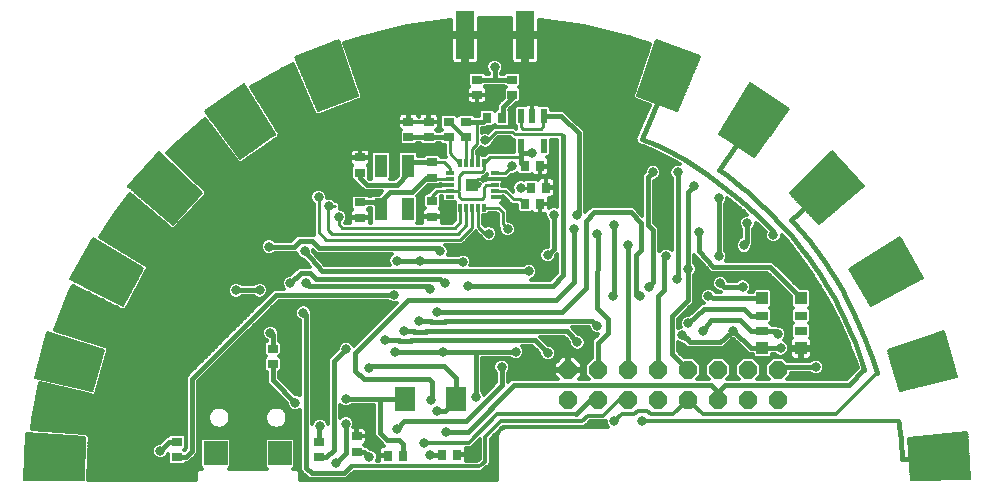
<source format=gbl>
G75*
%MOIN*%
%OFA0B0*%
%FSLAX24Y24*%
%IPPOS*%
%LPD*%
%AMOC8*
5,1,8,0,0,1.08239X$1,22.5*
%
%ADD10R,0.0700X0.0800*%
%ADD11R,0.0276X0.0354*%
%ADD12R,0.0354X0.0276*%
%ADD13R,0.0600X0.1600*%
%ADD14R,0.0217X0.0472*%
%ADD15C,0.0594*%
%ADD16C,0.0050*%
%ADD17OC8,0.0600*%
%ADD18R,0.0787X0.0787*%
%ADD19R,0.0433X0.0748*%
%ADD20R,0.0394X0.0394*%
%ADD21R,0.0256X0.0118*%
%ADD22R,0.0118X0.0256*%
%ADD23R,0.0413X0.0429*%
%ADD24R,0.0413X0.0280*%
%ADD25C,0.0120*%
%ADD26C,0.0317*%
%ADD27C,0.0100*%
%ADD28C,0.0160*%
D10*
X013581Y003951D03*
X015281Y003951D03*
D11*
X015317Y002100D03*
X014805Y002100D03*
X013506Y002061D03*
X012994Y002061D03*
X017561Y010447D03*
X018073Y010447D03*
X018270Y010998D03*
X017758Y010998D03*
X017561Y011706D03*
X018073Y011706D03*
X016813Y013321D03*
X016301Y013321D03*
D12*
X015612Y013183D03*
X015022Y013183D03*
X015022Y012671D03*
X015612Y012671D03*
X014352Y012671D03*
X014352Y013183D03*
X013683Y013183D03*
X013683Y012671D03*
X014471Y011844D03*
X014471Y011332D03*
X014471Y010545D03*
X014471Y010033D03*
X012069Y009994D03*
X012069Y010506D03*
X012069Y011490D03*
X012069Y012002D03*
X015967Y014088D03*
X015967Y014600D03*
X017148Y014600D03*
X017148Y014088D03*
X009156Y005624D03*
X009156Y005112D03*
X011951Y002710D03*
X011951Y002199D03*
X010691Y002002D03*
X010691Y002514D03*
X005967Y002514D03*
X005967Y002002D03*
D13*
X015573Y016077D03*
X017573Y016077D03*
D14*
X017443Y013399D03*
X017817Y013399D03*
X018191Y013399D03*
X018191Y012376D03*
X017443Y012376D03*
D15*
X022187Y014344D03*
X024943Y012888D03*
X027305Y010683D03*
X029234Y007966D03*
X030415Y005053D03*
X030967Y001982D03*
X011124Y014344D03*
X008329Y012848D03*
X005888Y010683D03*
X003998Y007966D03*
X002778Y005053D03*
X002305Y001982D03*
D16*
X000947Y002815D02*
X000882Y001248D01*
X002859Y001249D01*
X002909Y002669D01*
X000947Y002815D01*
X000945Y002774D02*
X001497Y002774D01*
X000943Y002726D02*
X002149Y002726D01*
X002800Y002677D02*
X000941Y002677D01*
X000939Y002629D02*
X002908Y002629D01*
X002906Y002580D02*
X000937Y002580D01*
X000935Y002532D02*
X002904Y002532D01*
X002903Y002483D02*
X000933Y002483D01*
X000931Y002435D02*
X002901Y002435D01*
X002899Y002386D02*
X000929Y002386D01*
X000927Y002338D02*
X002898Y002338D01*
X002896Y002289D02*
X000925Y002289D01*
X000923Y002241D02*
X002894Y002241D01*
X002892Y002192D02*
X000921Y002192D01*
X000919Y002144D02*
X002891Y002144D01*
X002889Y002095D02*
X000917Y002095D01*
X000915Y002047D02*
X002887Y002047D01*
X002886Y001998D02*
X000913Y001998D01*
X000911Y001950D02*
X002884Y001950D01*
X002882Y001901D02*
X000909Y001901D01*
X000907Y001853D02*
X002880Y001853D01*
X002879Y001804D02*
X000905Y001804D01*
X000903Y001756D02*
X002877Y001756D01*
X002875Y001707D02*
X000901Y001707D01*
X000899Y001659D02*
X002874Y001659D01*
X002872Y001610D02*
X000897Y001610D01*
X000895Y001562D02*
X002870Y001562D01*
X002868Y001513D02*
X000893Y001513D01*
X000891Y001465D02*
X002867Y001465D01*
X002865Y001416D02*
X000889Y001416D01*
X000887Y001368D02*
X002863Y001368D01*
X002861Y001319D02*
X000885Y001319D01*
X000883Y001271D02*
X002860Y001271D01*
X003148Y004212D02*
X003524Y005582D01*
X001647Y006176D01*
X001224Y004666D01*
X003148Y004212D01*
X003153Y004229D02*
X003075Y004229D01*
X003166Y004278D02*
X002869Y004278D01*
X002664Y004326D02*
X003179Y004326D01*
X003192Y004375D02*
X002458Y004375D01*
X002253Y004423D02*
X003206Y004423D01*
X003219Y004472D02*
X002047Y004472D01*
X001842Y004520D02*
X003232Y004520D01*
X003246Y004569D02*
X001636Y004569D01*
X001431Y004617D02*
X003259Y004617D01*
X003272Y004666D02*
X001225Y004666D01*
X001237Y004714D02*
X003286Y004714D01*
X003299Y004763D02*
X001251Y004763D01*
X001264Y004811D02*
X003312Y004811D01*
X003325Y004860D02*
X001278Y004860D01*
X001291Y004908D02*
X003339Y004908D01*
X003352Y004957D02*
X001305Y004957D01*
X001319Y005005D02*
X003365Y005005D01*
X003379Y005054D02*
X001332Y005054D01*
X001346Y005102D02*
X003392Y005102D01*
X003405Y005151D02*
X001359Y005151D01*
X001373Y005199D02*
X003419Y005199D01*
X003432Y005248D02*
X001387Y005248D01*
X001400Y005296D02*
X003445Y005296D01*
X003458Y005345D02*
X001414Y005345D01*
X001427Y005393D02*
X003472Y005393D01*
X003485Y005442D02*
X001441Y005442D01*
X001455Y005490D02*
X003498Y005490D01*
X003512Y005539D02*
X001468Y005539D01*
X001482Y005587D02*
X003509Y005587D01*
X003355Y005636D02*
X001495Y005636D01*
X001509Y005684D02*
X003202Y005684D01*
X003049Y005733D02*
X001523Y005733D01*
X001536Y005781D02*
X002896Y005781D01*
X002742Y005830D02*
X001550Y005830D01*
X001563Y005878D02*
X002589Y005878D01*
X002436Y005927D02*
X001577Y005927D01*
X001591Y005975D02*
X002282Y005975D01*
X002129Y006024D02*
X001604Y006024D01*
X001618Y006072D02*
X001976Y006072D01*
X001823Y006121D02*
X001631Y006121D01*
X001645Y006169D02*
X001669Y006169D01*
X003431Y007430D02*
X004365Y007430D01*
X004338Y007382D02*
X003528Y007382D01*
X003624Y007333D02*
X004312Y007333D01*
X004285Y007285D02*
X003721Y007285D01*
X003818Y007236D02*
X004259Y007236D01*
X004232Y007188D02*
X003914Y007188D01*
X004011Y007139D02*
X004205Y007139D01*
X004179Y007091D02*
X004107Y007091D01*
X004163Y007062D02*
X004846Y008308D01*
X003159Y009321D01*
X002397Y007950D01*
X004163Y007062D01*
X004392Y007479D02*
X003335Y007479D01*
X003238Y007527D02*
X004418Y007527D01*
X004445Y007576D02*
X003142Y007576D01*
X003045Y007624D02*
X004471Y007624D01*
X004498Y007673D02*
X002949Y007673D01*
X002852Y007721D02*
X004524Y007721D01*
X004551Y007770D02*
X002756Y007770D01*
X002659Y007818D02*
X004578Y007818D01*
X004604Y007867D02*
X002563Y007867D01*
X002466Y007915D02*
X004631Y007915D01*
X004657Y007964D02*
X002404Y007964D01*
X002431Y008012D02*
X004684Y008012D01*
X004711Y008061D02*
X002458Y008061D01*
X002485Y008109D02*
X004737Y008109D01*
X004764Y008158D02*
X002512Y008158D01*
X002539Y008206D02*
X004790Y008206D01*
X004817Y008255D02*
X002566Y008255D01*
X002593Y008303D02*
X004843Y008303D01*
X004775Y008352D02*
X002620Y008352D01*
X002647Y008400D02*
X004694Y008400D01*
X004613Y008449D02*
X002674Y008449D01*
X002701Y008497D02*
X004532Y008497D01*
X004451Y008546D02*
X002728Y008546D01*
X002755Y008594D02*
X004370Y008594D01*
X004289Y008643D02*
X002782Y008643D01*
X002809Y008691D02*
X004209Y008691D01*
X004128Y008740D02*
X002836Y008740D01*
X002862Y008788D02*
X004047Y008788D01*
X003966Y008837D02*
X002889Y008837D01*
X002916Y008885D02*
X003885Y008885D01*
X003804Y008934D02*
X002943Y008934D01*
X002970Y008982D02*
X003723Y008982D01*
X003643Y009031D02*
X002997Y009031D01*
X003024Y009079D02*
X003562Y009079D01*
X003481Y009128D02*
X003051Y009128D01*
X003078Y009176D02*
X003400Y009176D01*
X003319Y009225D02*
X003105Y009225D01*
X003132Y009273D02*
X003238Y009273D01*
X004866Y010583D02*
X006578Y010583D01*
X006621Y010631D02*
X004808Y010631D01*
X004750Y010680D02*
X006665Y010680D01*
X006709Y010728D02*
X004692Y010728D01*
X004634Y010777D02*
X006752Y010777D01*
X006792Y010821D02*
X005383Y012194D01*
X004326Y011035D01*
X005841Y009765D01*
X006792Y010821D01*
X006788Y010825D02*
X004576Y010825D01*
X004519Y010874D02*
X006738Y010874D01*
X006688Y010922D02*
X004461Y010922D01*
X004403Y010971D02*
X006638Y010971D01*
X006589Y011019D02*
X004345Y011019D01*
X004355Y011068D02*
X006539Y011068D01*
X006489Y011116D02*
X004399Y011116D01*
X004444Y011165D02*
X006439Y011165D01*
X006389Y011213D02*
X004488Y011213D01*
X004532Y011262D02*
X006340Y011262D01*
X006290Y011310D02*
X004576Y011310D01*
X004620Y011359D02*
X006240Y011359D01*
X006190Y011407D02*
X004665Y011407D01*
X004709Y011456D02*
X006141Y011456D01*
X006091Y011504D02*
X004753Y011504D01*
X004797Y011553D02*
X006041Y011553D01*
X005991Y011601D02*
X004842Y011601D01*
X004886Y011650D02*
X005941Y011650D01*
X005892Y011698D02*
X004930Y011698D01*
X004974Y011747D02*
X005842Y011747D01*
X005792Y011795D02*
X005019Y011795D01*
X005063Y011844D02*
X005742Y011844D01*
X005693Y011892D02*
X005107Y011892D01*
X005151Y011941D02*
X005643Y011941D01*
X005593Y011989D02*
X005195Y011989D01*
X005240Y012038D02*
X005543Y012038D01*
X005493Y012086D02*
X005284Y012086D01*
X005328Y012135D02*
X005444Y012135D01*
X005394Y012183D02*
X005372Y012183D01*
X007114Y013250D02*
X008938Y013250D01*
X008969Y013202D02*
X007150Y013202D01*
X007186Y013153D02*
X009000Y013153D01*
X009031Y013105D02*
X007222Y013105D01*
X007259Y013056D02*
X009061Y013056D01*
X009092Y013008D02*
X007295Y013008D01*
X007331Y012959D02*
X009123Y012959D01*
X009154Y012911D02*
X007367Y012911D01*
X007403Y012862D02*
X009185Y012862D01*
X009216Y012814D02*
X007439Y012814D01*
X007476Y012765D02*
X009227Y012765D01*
X009241Y012774D02*
X008185Y014435D01*
X006890Y013551D01*
X008072Y011966D01*
X009241Y012774D01*
X009157Y012717D02*
X007512Y012717D01*
X007548Y012668D02*
X009087Y012668D01*
X009017Y012620D02*
X007584Y012620D01*
X007620Y012571D02*
X008947Y012571D01*
X008877Y012523D02*
X007656Y012523D01*
X007693Y012474D02*
X008807Y012474D01*
X008736Y012426D02*
X007729Y012426D01*
X007765Y012377D02*
X008666Y012377D01*
X008596Y012329D02*
X007801Y012329D01*
X007837Y012280D02*
X008526Y012280D01*
X008456Y012232D02*
X007874Y012232D01*
X007910Y012183D02*
X008386Y012183D01*
X008316Y012135D02*
X007946Y012135D01*
X007982Y012086D02*
X008246Y012086D01*
X008175Y012038D02*
X008018Y012038D01*
X008054Y011989D02*
X008105Y011989D01*
X008907Y013299D02*
X007078Y013299D01*
X007041Y013347D02*
X008876Y013347D01*
X008846Y013396D02*
X007005Y013396D01*
X006969Y013444D02*
X008815Y013444D01*
X008784Y013493D02*
X006933Y013493D01*
X006897Y013541D02*
X008753Y013541D01*
X008722Y013590D02*
X006947Y013590D01*
X007018Y013638D02*
X008691Y013638D01*
X008661Y013687D02*
X007089Y013687D01*
X007160Y013735D02*
X008630Y013735D01*
X008599Y013784D02*
X007231Y013784D01*
X007302Y013832D02*
X008568Y013832D01*
X008537Y013881D02*
X007373Y013881D01*
X007444Y013929D02*
X008506Y013929D01*
X008476Y013978D02*
X007515Y013978D01*
X007586Y014026D02*
X008445Y014026D01*
X008414Y014075D02*
X007657Y014075D01*
X007728Y014123D02*
X008383Y014123D01*
X008352Y014172D02*
X007799Y014172D01*
X007870Y014220D02*
X008321Y014220D01*
X008291Y014269D02*
X007941Y014269D01*
X008012Y014317D02*
X008260Y014317D01*
X008229Y014366D02*
X008083Y014366D01*
X008154Y014414D02*
X008198Y014414D01*
X009961Y015190D02*
X011604Y015190D01*
X011621Y015142D02*
X009981Y015142D01*
X010002Y015093D02*
X011638Y015093D01*
X011654Y015045D02*
X010023Y015045D01*
X010044Y014996D02*
X011671Y014996D01*
X011688Y014948D02*
X010065Y014948D01*
X010086Y014899D02*
X011705Y014899D01*
X011721Y014851D02*
X010107Y014851D01*
X010128Y014802D02*
X011738Y014802D01*
X011755Y014754D02*
X010149Y014754D01*
X010170Y014705D02*
X011772Y014705D01*
X011788Y014657D02*
X010191Y014657D01*
X010211Y014608D02*
X011805Y014608D01*
X011822Y014560D02*
X010232Y014560D01*
X010253Y014511D02*
X011839Y014511D01*
X011855Y014463D02*
X010274Y014463D01*
X010295Y014414D02*
X011872Y014414D01*
X011889Y014366D02*
X010316Y014366D01*
X010337Y014317D02*
X011906Y014317D01*
X011922Y014269D02*
X010358Y014269D01*
X010379Y014220D02*
X011939Y014220D01*
X011956Y014172D02*
X010400Y014172D01*
X010421Y014123D02*
X011972Y014123D01*
X011989Y014075D02*
X010441Y014075D01*
X010462Y014026D02*
X011904Y014026D01*
X011994Y014061D02*
X011352Y015922D01*
X009887Y015361D01*
X010670Y013545D01*
X011994Y014061D01*
X011780Y013978D02*
X010483Y013978D01*
X010504Y013929D02*
X011655Y013929D01*
X011530Y013881D02*
X010525Y013881D01*
X010546Y013832D02*
X011406Y013832D01*
X011281Y013784D02*
X010567Y013784D01*
X010588Y013735D02*
X011157Y013735D01*
X011032Y013687D02*
X010609Y013687D01*
X010630Y013638D02*
X010907Y013638D01*
X010783Y013590D02*
X010651Y013590D01*
X009940Y015239D02*
X011587Y015239D01*
X011571Y015287D02*
X009919Y015287D01*
X009898Y015336D02*
X011554Y015336D01*
X011537Y015384D02*
X009947Y015384D01*
X010074Y015433D02*
X011520Y015433D01*
X011504Y015481D02*
X010200Y015481D01*
X010327Y015530D02*
X011487Y015530D01*
X011470Y015578D02*
X010454Y015578D01*
X010581Y015627D02*
X011454Y015627D01*
X011437Y015675D02*
X010708Y015675D01*
X010834Y015724D02*
X011420Y015724D01*
X011403Y015772D02*
X010961Y015772D01*
X011088Y015821D02*
X011387Y015821D01*
X011370Y015869D02*
X011215Y015869D01*
X011341Y015918D02*
X011353Y015918D01*
X006534Y010534D02*
X004924Y010534D01*
X004981Y010486D02*
X006490Y010486D01*
X006446Y010437D02*
X005039Y010437D01*
X005097Y010389D02*
X006403Y010389D01*
X006359Y010340D02*
X005155Y010340D01*
X005213Y010292D02*
X006315Y010292D01*
X006272Y010243D02*
X005271Y010243D01*
X005328Y010195D02*
X006228Y010195D01*
X006184Y010146D02*
X005386Y010146D01*
X005444Y010098D02*
X006140Y010098D01*
X006097Y010049D02*
X005502Y010049D01*
X005560Y010001D02*
X006053Y010001D01*
X006009Y009952D02*
X005618Y009952D01*
X005676Y009904D02*
X005966Y009904D01*
X005922Y009855D02*
X005733Y009855D01*
X005791Y009807D02*
X005878Y009807D01*
X021316Y014052D02*
X022647Y013553D01*
X023408Y015368D01*
X021942Y015927D01*
X021316Y014052D01*
X021324Y014075D02*
X022865Y014075D01*
X022886Y014123D02*
X021340Y014123D01*
X021356Y014172D02*
X022906Y014172D01*
X022926Y014220D02*
X021372Y014220D01*
X021388Y014269D02*
X022947Y014269D01*
X022967Y014317D02*
X021405Y014317D01*
X021421Y014366D02*
X022987Y014366D01*
X023008Y014414D02*
X021437Y014414D01*
X021453Y014463D02*
X023028Y014463D01*
X023048Y014511D02*
X021469Y014511D01*
X021486Y014560D02*
X023069Y014560D01*
X023089Y014608D02*
X021502Y014608D01*
X021518Y014657D02*
X023110Y014657D01*
X023130Y014705D02*
X021534Y014705D01*
X021550Y014754D02*
X023150Y014754D01*
X023171Y014802D02*
X021567Y014802D01*
X021583Y014851D02*
X023191Y014851D01*
X023211Y014899D02*
X021599Y014899D01*
X021615Y014948D02*
X023232Y014948D01*
X023252Y014996D02*
X021631Y014996D01*
X021648Y015045D02*
X023272Y015045D01*
X023293Y015093D02*
X021664Y015093D01*
X021680Y015142D02*
X023313Y015142D01*
X023333Y015190D02*
X021696Y015190D01*
X021712Y015239D02*
X023354Y015239D01*
X023374Y015287D02*
X021729Y015287D01*
X021745Y015336D02*
X023394Y015336D01*
X023367Y015384D02*
X021761Y015384D01*
X021777Y015433D02*
X023239Y015433D01*
X023112Y015481D02*
X021794Y015481D01*
X021810Y015530D02*
X022985Y015530D01*
X022858Y015578D02*
X021826Y015578D01*
X021842Y015627D02*
X022730Y015627D01*
X022603Y015675D02*
X021858Y015675D01*
X021875Y015724D02*
X022476Y015724D01*
X022349Y015772D02*
X021891Y015772D01*
X021907Y015821D02*
X022221Y015821D01*
X022094Y015869D02*
X021923Y015869D01*
X021939Y015918D02*
X021967Y015918D01*
X024865Y014172D02*
X025526Y014172D01*
X025453Y014220D02*
X024894Y014220D01*
X024924Y014269D02*
X025380Y014269D01*
X025307Y014317D02*
X024953Y014317D01*
X024983Y014366D02*
X025235Y014366D01*
X025162Y014414D02*
X025012Y014414D01*
X025041Y014463D02*
X025089Y014463D01*
X025055Y014485D02*
X026361Y013616D01*
X025216Y012014D01*
X024029Y012795D01*
X025055Y014485D01*
X024835Y014123D02*
X025599Y014123D01*
X025671Y014075D02*
X024806Y014075D01*
X024776Y014026D02*
X025744Y014026D01*
X025817Y013978D02*
X024747Y013978D01*
X024717Y013929D02*
X025890Y013929D01*
X025963Y013881D02*
X024688Y013881D01*
X024658Y013832D02*
X026036Y013832D01*
X026108Y013784D02*
X024629Y013784D01*
X024600Y013735D02*
X026181Y013735D01*
X026254Y013687D02*
X024570Y013687D01*
X024541Y013638D02*
X026327Y013638D01*
X026342Y013590D02*
X024511Y013590D01*
X024482Y013541D02*
X026307Y013541D01*
X026273Y013493D02*
X024452Y013493D01*
X024423Y013444D02*
X026238Y013444D01*
X026203Y013396D02*
X024393Y013396D01*
X024364Y013347D02*
X026169Y013347D01*
X026134Y013299D02*
X024334Y013299D01*
X024305Y013250D02*
X026099Y013250D01*
X026065Y013202D02*
X024275Y013202D01*
X024246Y013153D02*
X026030Y013153D01*
X025995Y013105D02*
X024217Y013105D01*
X024187Y013056D02*
X025961Y013056D01*
X025926Y013008D02*
X024158Y013008D01*
X024128Y012959D02*
X025891Y012959D01*
X025857Y012911D02*
X024099Y012911D01*
X024069Y012862D02*
X025822Y012862D01*
X025787Y012814D02*
X024040Y012814D01*
X024075Y012765D02*
X025753Y012765D01*
X025718Y012717D02*
X024148Y012717D01*
X024222Y012668D02*
X025683Y012668D01*
X025649Y012620D02*
X024296Y012620D01*
X024370Y012571D02*
X025614Y012571D01*
X025579Y012523D02*
X024443Y012523D01*
X024517Y012474D02*
X025545Y012474D01*
X025510Y012426D02*
X024591Y012426D01*
X024665Y012377D02*
X025475Y012377D01*
X025441Y012329D02*
X024738Y012329D01*
X024812Y012280D02*
X025406Y012280D01*
X025371Y012232D02*
X024886Y012232D01*
X024960Y012183D02*
X025337Y012183D01*
X025302Y012135D02*
X025033Y012135D01*
X025107Y012086D02*
X025267Y012086D01*
X025233Y012038D02*
X025181Y012038D01*
X026606Y011019D02*
X028803Y011019D01*
X028853Y011063D02*
X027785Y012211D01*
X026394Y010805D01*
X027368Y009770D01*
X028853Y011063D01*
X028848Y011068D02*
X026654Y011068D01*
X026702Y011116D02*
X028803Y011116D01*
X028758Y011165D02*
X026750Y011165D01*
X026798Y011213D02*
X028713Y011213D01*
X028668Y011262D02*
X026846Y011262D01*
X026894Y011310D02*
X028623Y011310D01*
X028578Y011359D02*
X026942Y011359D01*
X026990Y011407D02*
X028532Y011407D01*
X028487Y011456D02*
X027038Y011456D01*
X027086Y011504D02*
X028442Y011504D01*
X028397Y011553D02*
X027134Y011553D01*
X027182Y011601D02*
X028352Y011601D01*
X028307Y011650D02*
X027229Y011650D01*
X027277Y011698D02*
X028262Y011698D01*
X028216Y011747D02*
X027325Y011747D01*
X027373Y011795D02*
X028171Y011795D01*
X028126Y011844D02*
X027421Y011844D01*
X027469Y011892D02*
X028081Y011892D01*
X028036Y011941D02*
X027517Y011941D01*
X027565Y011989D02*
X027991Y011989D01*
X027946Y012038D02*
X027613Y012038D01*
X027661Y012086D02*
X027901Y012086D01*
X027855Y012135D02*
X027709Y012135D01*
X027757Y012183D02*
X027810Y012183D01*
X028747Y010971D02*
X026558Y010971D01*
X026510Y010922D02*
X028691Y010922D01*
X028636Y010874D02*
X026462Y010874D01*
X026414Y010825D02*
X028580Y010825D01*
X028524Y010777D02*
X026421Y010777D01*
X026467Y010728D02*
X028469Y010728D01*
X028413Y010680D02*
X026512Y010680D01*
X026558Y010631D02*
X028357Y010631D01*
X028301Y010583D02*
X026604Y010583D01*
X026649Y010534D02*
X028246Y010534D01*
X028190Y010486D02*
X026695Y010486D01*
X026741Y010437D02*
X028134Y010437D01*
X028079Y010389D02*
X026786Y010389D01*
X026832Y010340D02*
X028023Y010340D01*
X027967Y010292D02*
X026878Y010292D01*
X026923Y010243D02*
X027912Y010243D01*
X027856Y010195D02*
X026969Y010195D01*
X027015Y010146D02*
X027800Y010146D01*
X027744Y010098D02*
X027060Y010098D01*
X027106Y010049D02*
X027689Y010049D01*
X027633Y010001D02*
X027152Y010001D01*
X027197Y009952D02*
X027577Y009952D01*
X027522Y009904D02*
X027243Y009904D01*
X027289Y009855D02*
X027466Y009855D01*
X027410Y009807D02*
X027334Y009807D01*
X029087Y008740D02*
X030396Y008740D01*
X030368Y008788D02*
X029165Y008788D01*
X029242Y008837D02*
X030340Y008837D01*
X030313Y008885D02*
X029320Y008885D01*
X029398Y008934D02*
X030285Y008934D01*
X030258Y008982D02*
X029475Y008982D01*
X029553Y009031D02*
X030230Y009031D01*
X030203Y009079D02*
X029630Y009079D01*
X029708Y009128D02*
X030175Y009128D01*
X030147Y009176D02*
X029785Y009176D01*
X029863Y009225D02*
X030120Y009225D01*
X030092Y009273D02*
X029940Y009273D01*
X030018Y009322D02*
X030065Y009322D01*
X030052Y009343D02*
X030828Y007980D01*
X029086Y007064D01*
X028376Y008295D01*
X030052Y009343D01*
X030423Y008691D02*
X029010Y008691D01*
X028932Y008643D02*
X030451Y008643D01*
X030478Y008594D02*
X028855Y008594D01*
X028777Y008546D02*
X030506Y008546D01*
X030534Y008497D02*
X028700Y008497D01*
X028622Y008449D02*
X030561Y008449D01*
X030589Y008400D02*
X028544Y008400D01*
X028467Y008352D02*
X030616Y008352D01*
X030644Y008303D02*
X028389Y008303D01*
X028399Y008255D02*
X030672Y008255D01*
X030699Y008206D02*
X028427Y008206D01*
X028455Y008158D02*
X030727Y008158D01*
X030754Y008109D02*
X028483Y008109D01*
X028511Y008061D02*
X030782Y008061D01*
X030810Y008012D02*
X028539Y008012D01*
X028567Y007964D02*
X030797Y007964D01*
X030705Y007915D02*
X028595Y007915D01*
X028623Y007867D02*
X030612Y007867D01*
X030520Y007818D02*
X028651Y007818D01*
X028679Y007770D02*
X030428Y007770D01*
X030336Y007721D02*
X028707Y007721D01*
X028735Y007673D02*
X030244Y007673D01*
X030151Y007624D02*
X028763Y007624D01*
X028791Y007576D02*
X030059Y007576D01*
X029967Y007527D02*
X028819Y007527D01*
X028847Y007479D02*
X029875Y007479D01*
X029783Y007430D02*
X028875Y007430D01*
X028903Y007382D02*
X029690Y007382D01*
X029598Y007333D02*
X028931Y007333D01*
X028959Y007285D02*
X029506Y007285D01*
X029414Y007236D02*
X028986Y007236D01*
X029014Y007188D02*
X029322Y007188D01*
X029229Y007139D02*
X029042Y007139D01*
X029070Y007091D02*
X029137Y007091D01*
X030422Y005830D02*
X031638Y005830D01*
X031624Y005878D02*
X030565Y005878D01*
X030708Y005927D02*
X031610Y005927D01*
X031595Y005975D02*
X030851Y005975D01*
X030994Y006024D02*
X031581Y006024D01*
X031567Y006072D02*
X031137Y006072D01*
X031280Y006121D02*
X031553Y006121D01*
X031539Y006169D02*
X031423Y006169D01*
X031528Y006205D02*
X031969Y004699D01*
X030063Y004209D01*
X029656Y005570D01*
X031528Y006205D01*
X031652Y005781D02*
X030279Y005781D01*
X030135Y005733D02*
X031667Y005733D01*
X031681Y005684D02*
X029992Y005684D01*
X029849Y005636D02*
X031695Y005636D01*
X031709Y005587D02*
X029706Y005587D01*
X029665Y005539D02*
X031723Y005539D01*
X031738Y005490D02*
X029680Y005490D01*
X029694Y005442D02*
X031752Y005442D01*
X031766Y005393D02*
X029709Y005393D01*
X029723Y005345D02*
X031780Y005345D01*
X031794Y005296D02*
X029738Y005296D01*
X029752Y005248D02*
X031809Y005248D01*
X031823Y005199D02*
X029767Y005199D01*
X029781Y005151D02*
X031837Y005151D01*
X031851Y005102D02*
X029796Y005102D01*
X029810Y005054D02*
X031866Y005054D01*
X031880Y005005D02*
X029825Y005005D01*
X029839Y004957D02*
X031894Y004957D01*
X031908Y004908D02*
X029854Y004908D01*
X029868Y004860D02*
X031922Y004860D01*
X031937Y004811D02*
X029883Y004811D01*
X029897Y004763D02*
X031951Y004763D01*
X031965Y004714D02*
X029912Y004714D01*
X029926Y004666D02*
X031838Y004666D01*
X031649Y004617D02*
X029941Y004617D01*
X029956Y004569D02*
X031461Y004569D01*
X031273Y004520D02*
X029970Y004520D01*
X029985Y004472D02*
X031084Y004472D01*
X030896Y004423D02*
X029999Y004423D01*
X030014Y004375D02*
X030708Y004375D01*
X030519Y004326D02*
X030028Y004326D01*
X030043Y004278D02*
X030331Y004278D01*
X030143Y004229D02*
X030057Y004229D01*
X030347Y002661D02*
X032316Y002844D01*
X032396Y001278D01*
X030428Y001242D01*
X030347Y002661D01*
X030349Y002629D02*
X032327Y002629D01*
X032325Y002677D02*
X030519Y002677D01*
X030352Y002580D02*
X032330Y002580D01*
X032332Y002532D02*
X030355Y002532D01*
X030358Y002483D02*
X032335Y002483D01*
X032337Y002435D02*
X030360Y002435D01*
X030363Y002386D02*
X032340Y002386D01*
X032342Y002338D02*
X030366Y002338D01*
X030369Y002289D02*
X032344Y002289D01*
X032347Y002241D02*
X030371Y002241D01*
X030374Y002192D02*
X032349Y002192D01*
X032352Y002144D02*
X030377Y002144D01*
X030380Y002095D02*
X032354Y002095D01*
X032357Y002047D02*
X030382Y002047D01*
X030385Y001998D02*
X032359Y001998D01*
X032362Y001950D02*
X030388Y001950D01*
X030391Y001901D02*
X032364Y001901D01*
X032367Y001853D02*
X030394Y001853D01*
X030396Y001804D02*
X032369Y001804D01*
X032372Y001756D02*
X030399Y001756D01*
X030402Y001707D02*
X032374Y001707D01*
X032377Y001659D02*
X030405Y001659D01*
X030407Y001610D02*
X032379Y001610D01*
X032382Y001562D02*
X030410Y001562D01*
X030413Y001513D02*
X032384Y001513D01*
X032387Y001465D02*
X030416Y001465D01*
X030419Y001416D02*
X032389Y001416D01*
X032392Y001368D02*
X030421Y001368D01*
X030424Y001319D02*
X032394Y001319D01*
X031979Y001271D02*
X030427Y001271D01*
X031039Y002726D02*
X032322Y002726D01*
X032320Y002774D02*
X031560Y002774D01*
X032080Y002823D02*
X032317Y002823D01*
X022662Y013590D02*
X022550Y013590D01*
X022420Y013638D02*
X022682Y013638D01*
X022703Y013687D02*
X022291Y013687D01*
X022161Y013735D02*
X022723Y013735D01*
X022743Y013784D02*
X022032Y013784D01*
X021902Y013832D02*
X022764Y013832D01*
X022784Y013881D02*
X021773Y013881D01*
X021643Y013929D02*
X022804Y013929D01*
X022825Y013978D02*
X021514Y013978D01*
X021384Y014026D02*
X022845Y014026D01*
D17*
X023002Y004923D03*
X022002Y004923D03*
X021002Y004923D03*
X020002Y004923D03*
X019002Y004923D03*
X019002Y003923D03*
X020002Y003923D03*
X021002Y003923D03*
X022002Y003923D03*
X023002Y003923D03*
X024002Y003923D03*
X025002Y003923D03*
X026002Y003923D03*
X026002Y004923D03*
X025002Y004923D03*
X024002Y004923D03*
D18*
X009402Y002140D03*
X007256Y002140D03*
D19*
X012758Y010269D03*
X013663Y010269D03*
X013663Y011726D03*
X012758Y011726D03*
D20*
X015809Y011077D03*
D21*
X015061Y011077D03*
X015061Y011273D03*
X015061Y011470D03*
X015061Y010880D03*
X015061Y010683D03*
X016557Y010683D03*
X016557Y010880D03*
X016557Y011077D03*
X016557Y011273D03*
X016557Y011470D03*
D22*
X016203Y011825D03*
X016006Y011825D03*
X015809Y011825D03*
X015612Y011825D03*
X015415Y011825D03*
X015415Y010328D03*
X015612Y010328D03*
X015809Y010328D03*
X016006Y010328D03*
X016203Y010328D03*
D23*
X025484Y007301D03*
X026764Y007301D03*
X026764Y005640D03*
X025484Y005640D03*
D24*
X025484Y006218D03*
X025484Y006718D03*
X026764Y006718D03*
X026764Y006218D03*
D25*
X027091Y006172D02*
X028201Y006172D01*
X028252Y006054D02*
X027091Y006054D01*
X027091Y006029D02*
X027091Y006408D01*
X027030Y006468D01*
X027091Y006529D01*
X027091Y006908D01*
X027026Y006972D01*
X027091Y007037D01*
X027091Y007565D01*
X027020Y007635D01*
X026738Y007635D01*
X025930Y008443D01*
X025813Y008560D01*
X024275Y008560D01*
X024316Y008659D01*
X024316Y008770D01*
X024273Y008872D01*
X024237Y008908D01*
X024237Y010450D01*
X024273Y010486D01*
X024316Y010588D01*
X024316Y010665D01*
X024982Y010095D01*
X024927Y010095D01*
X024825Y010053D01*
X024746Y009974D01*
X024704Y009872D01*
X024704Y009761D01*
X024746Y009659D01*
X024782Y009623D01*
X024782Y009336D01*
X024706Y009305D01*
X024628Y009226D01*
X024586Y009124D01*
X024586Y009013D01*
X024628Y008911D01*
X024706Y008833D01*
X024809Y008790D01*
X024920Y008790D01*
X025022Y008833D01*
X025100Y008911D01*
X025143Y009013D01*
X025143Y009064D01*
X025182Y009104D01*
X025182Y009623D01*
X025218Y009659D01*
X025261Y009761D01*
X025261Y009834D01*
X025421Y009682D01*
X025421Y009682D01*
X025522Y009581D01*
X025585Y009515D01*
X025570Y009478D01*
X025570Y009368D01*
X025612Y009265D01*
X025691Y009187D01*
X025793Y009145D01*
X025904Y009145D01*
X026006Y009187D01*
X026085Y009265D01*
X026127Y009368D01*
X026127Y009433D01*
X026402Y009109D01*
X027042Y008259D01*
X027611Y007359D01*
X027868Y006894D01*
X028037Y006549D01*
X028345Y005841D01*
X028484Y005480D01*
X028590Y005179D01*
X028652Y004989D01*
X028285Y004623D01*
X026296Y004623D01*
X026422Y004749D01*
X026422Y004814D01*
X027072Y004814D01*
X027108Y004777D01*
X027210Y004735D01*
X027321Y004735D01*
X027424Y004777D01*
X027502Y004856D01*
X027544Y004958D01*
X027544Y005069D01*
X027502Y005171D01*
X027424Y005250D01*
X027321Y005292D01*
X027210Y005292D01*
X027108Y005250D01*
X027072Y005214D01*
X026305Y005214D01*
X026176Y005343D01*
X025828Y005343D01*
X025582Y005097D01*
X025582Y004749D01*
X025708Y004623D01*
X025296Y004623D01*
X025422Y004749D01*
X025422Y005097D01*
X025176Y005343D01*
X024828Y005343D01*
X024582Y005097D01*
X024582Y004749D01*
X024708Y004623D01*
X024296Y004623D01*
X024422Y004749D01*
X024422Y005097D01*
X024176Y005343D01*
X023828Y005343D01*
X023582Y005097D01*
X023582Y004749D01*
X023708Y004623D01*
X023296Y004623D01*
X023422Y004749D01*
X023422Y005097D01*
X023176Y005343D01*
X022865Y005343D01*
X022663Y005545D01*
X022663Y005839D01*
X022762Y005798D01*
X022813Y005798D01*
X022853Y005757D01*
X022970Y005640D01*
X024160Y005640D01*
X024332Y005812D01*
X024495Y005956D01*
X024505Y005956D01*
X025022Y005440D01*
X025158Y005440D01*
X025158Y005375D01*
X025228Y005305D01*
X025741Y005305D01*
X025811Y005375D01*
X025811Y005440D01*
X025895Y005440D01*
X025927Y005407D01*
X026029Y005365D01*
X026140Y005365D01*
X026242Y005407D01*
X026321Y005486D01*
X026363Y005588D01*
X026363Y005699D01*
X026321Y005801D01*
X026242Y005879D01*
X026186Y005903D01*
X026242Y005958D01*
X026284Y006061D01*
X026284Y006171D01*
X026242Y006274D01*
X026164Y006352D01*
X026061Y006394D01*
X026010Y006394D01*
X025986Y006418D01*
X025800Y006418D01*
X025750Y006468D01*
X025811Y006529D01*
X025811Y006908D01*
X025747Y006972D01*
X025811Y007037D01*
X025811Y007565D01*
X025741Y007635D01*
X025228Y007635D01*
X025158Y007565D01*
X025158Y007501D01*
X025029Y007501D01*
X025061Y007533D01*
X025103Y007635D01*
X025103Y007746D01*
X025061Y007848D01*
X024983Y007927D01*
X024880Y007969D01*
X024769Y007969D01*
X024667Y007927D01*
X024631Y007891D01*
X024344Y007891D01*
X024313Y007967D01*
X024235Y008045D01*
X024132Y008087D01*
X024021Y008087D01*
X023919Y008045D01*
X023841Y007967D01*
X023798Y007864D01*
X023798Y007753D01*
X023841Y007651D01*
X023919Y007573D01*
X024021Y007530D01*
X024072Y007530D01*
X024102Y007501D01*
X023933Y007501D01*
X023919Y007533D01*
X023841Y007612D01*
X023738Y007654D01*
X023628Y007654D01*
X023525Y007612D01*
X023447Y007533D01*
X023405Y007431D01*
X023405Y007320D01*
X023447Y007218D01*
X023522Y007143D01*
X023451Y007146D01*
X023447Y007143D01*
X023443Y007143D01*
X023387Y007087D01*
X023021Y006749D01*
X022958Y006749D01*
X022856Y006706D01*
X022778Y006628D01*
X022735Y006526D01*
X022735Y006415D01*
X022760Y006354D01*
X022663Y006314D01*
X022663Y006624D01*
X023098Y007059D01*
X023099Y007059D01*
X023156Y007117D01*
X023214Y007175D01*
X023214Y007176D01*
X023215Y007178D01*
X023214Y007259D01*
X023214Y007340D01*
X023213Y007342D01*
X023203Y008076D01*
X023250Y008124D01*
X023292Y008226D01*
X023292Y008337D01*
X023250Y008439D01*
X023214Y008475D01*
X023214Y008743D01*
X023224Y008733D01*
X023641Y008282D01*
X023641Y008277D01*
X023696Y008221D01*
X023750Y008163D01*
X023754Y008163D01*
X023758Y008160D01*
X023837Y008160D01*
X023915Y008157D01*
X023919Y008160D01*
X025648Y008160D01*
X026437Y007370D01*
X026437Y007037D01*
X026502Y006972D01*
X026437Y006908D01*
X026437Y006529D01*
X026498Y006468D01*
X026437Y006408D01*
X026437Y006029D01*
X026475Y005991D01*
X026459Y005982D01*
X026429Y005952D01*
X026408Y005916D01*
X026397Y005875D01*
X026397Y005683D01*
X026720Y005683D01*
X026720Y005596D01*
X026397Y005596D01*
X026397Y005404D01*
X026408Y005363D01*
X026429Y005327D01*
X026459Y005297D01*
X026495Y005276D01*
X026536Y005265D01*
X026720Y005265D01*
X026720Y005596D01*
X026807Y005596D01*
X026807Y005265D01*
X026992Y005265D01*
X027032Y005276D01*
X027069Y005297D01*
X027099Y005327D01*
X027120Y005363D01*
X027131Y005404D01*
X027131Y005596D01*
X026807Y005596D01*
X026807Y005683D01*
X027131Y005683D01*
X027131Y005875D01*
X027120Y005916D01*
X027099Y005952D01*
X027069Y005982D01*
X027053Y005991D01*
X027091Y006029D01*
X027109Y005935D02*
X028304Y005935D01*
X028354Y005817D02*
X027131Y005817D01*
X027131Y005698D02*
X028400Y005698D01*
X028445Y005580D02*
X027131Y005580D01*
X027131Y005461D02*
X028490Y005461D01*
X028484Y005480D02*
X028484Y005480D01*
X028532Y005343D02*
X027108Y005343D01*
X027083Y005224D02*
X026295Y005224D01*
X026176Y005343D02*
X026420Y005343D01*
X026397Y005461D02*
X026296Y005461D01*
X026360Y005580D02*
X026397Y005580D01*
X026397Y005698D02*
X026363Y005698D01*
X026397Y005817D02*
X026305Y005817D01*
X026219Y005935D02*
X026419Y005935D01*
X026437Y006054D02*
X026281Y006054D01*
X026284Y006172D02*
X026437Y006172D01*
X026437Y006291D02*
X026225Y006291D01*
X026438Y006409D02*
X025996Y006409D01*
X025810Y006528D02*
X026438Y006528D01*
X026437Y006646D02*
X025811Y006646D01*
X025811Y006765D02*
X026437Y006765D01*
X026437Y006883D02*
X025811Y006883D01*
X025776Y007002D02*
X026472Y007002D01*
X026437Y007120D02*
X025811Y007120D01*
X025811Y007239D02*
X026437Y007239D01*
X026437Y007357D02*
X025811Y007357D01*
X025811Y007476D02*
X026332Y007476D01*
X026213Y007594D02*
X025782Y007594D01*
X025976Y007831D02*
X025068Y007831D01*
X025103Y007713D02*
X026095Y007713D01*
X025858Y007950D02*
X024928Y007950D01*
X024722Y007950D02*
X024320Y007950D01*
X024179Y008068D02*
X025739Y008068D01*
X026068Y008305D02*
X027008Y008305D01*
X027088Y008187D02*
X026187Y008187D01*
X026305Y008068D02*
X027163Y008068D01*
X027238Y007950D02*
X026424Y007950D01*
X026542Y007831D02*
X027313Y007831D01*
X027388Y007713D02*
X026661Y007713D01*
X027062Y007594D02*
X027463Y007594D01*
X027538Y007476D02*
X027091Y007476D01*
X027091Y007357D02*
X027613Y007357D01*
X027678Y007239D02*
X027091Y007239D01*
X027091Y007120D02*
X027743Y007120D01*
X027808Y007002D02*
X027055Y007002D01*
X027091Y006883D02*
X027873Y006883D01*
X027931Y006765D02*
X027091Y006765D01*
X027091Y006646D02*
X027989Y006646D01*
X028046Y006528D02*
X027089Y006528D01*
X027089Y006409D02*
X028097Y006409D01*
X028149Y006291D02*
X027091Y006291D01*
X026807Y005580D02*
X026720Y005580D01*
X026720Y005461D02*
X026807Y005461D01*
X026807Y005343D02*
X026720Y005343D01*
X027449Y005224D02*
X028574Y005224D01*
X028614Y005106D02*
X027529Y005106D01*
X027544Y004987D02*
X028649Y004987D01*
X028531Y004869D02*
X027507Y004869D01*
X027357Y004750D02*
X028412Y004750D01*
X028294Y004632D02*
X026305Y004632D01*
X026422Y004750D02*
X027174Y004750D01*
X025828Y005343D02*
X025778Y005343D01*
X025709Y005224D02*
X025295Y005224D01*
X025190Y005343D02*
X025176Y005343D01*
X025000Y005461D02*
X022747Y005461D01*
X022663Y005580D02*
X024882Y005580D01*
X024763Y005698D02*
X024217Y005698D01*
X024336Y005817D02*
X024645Y005817D01*
X024526Y005935D02*
X024472Y005935D01*
X024176Y005343D02*
X024828Y005343D01*
X024709Y005224D02*
X024295Y005224D01*
X024413Y005106D02*
X024591Y005106D01*
X024582Y004987D02*
X024422Y004987D01*
X024422Y004869D02*
X024582Y004869D01*
X024582Y004750D02*
X024422Y004750D01*
X024305Y004632D02*
X024699Y004632D01*
X025305Y004632D02*
X025699Y004632D01*
X025582Y004750D02*
X025422Y004750D01*
X025422Y004869D02*
X025582Y004869D01*
X025582Y004987D02*
X025422Y004987D01*
X025413Y005106D02*
X025591Y005106D01*
X023828Y005343D02*
X023176Y005343D01*
X023295Y005224D02*
X023709Y005224D01*
X023591Y005106D02*
X023413Y005106D01*
X023422Y004987D02*
X023582Y004987D01*
X023582Y004869D02*
X023422Y004869D01*
X023422Y004750D02*
X023582Y004750D01*
X023699Y004632D02*
X023305Y004632D01*
X023238Y003923D02*
X023002Y003923D01*
X023486Y003439D01*
X027935Y003439D01*
X029301Y004805D01*
X030010Y003203D02*
X021478Y003203D01*
X021203Y003439D02*
X020809Y003439D01*
X020534Y003203D01*
X020255Y003210D02*
X019732Y003210D01*
X019742Y003219D02*
X020254Y003219D01*
X020255Y003221D01*
X020255Y003147D01*
X020297Y003045D01*
X020334Y003008D01*
X016895Y003008D01*
X016729Y002913D01*
X016729Y002913D01*
X016633Y002747D01*
X016633Y001237D01*
X010064Y001237D01*
X010064Y001536D01*
X009970Y001630D01*
X009849Y001630D01*
X009915Y001696D01*
X009915Y002583D01*
X009845Y002653D01*
X008958Y002653D01*
X008888Y002583D01*
X008888Y001696D01*
X008954Y001630D01*
X007704Y001630D01*
X007770Y001696D01*
X007770Y002583D01*
X007699Y002653D01*
X006813Y002653D01*
X006742Y002583D01*
X006742Y001696D01*
X006808Y001630D01*
X006688Y001630D01*
X006594Y001536D01*
X006594Y001237D01*
X003004Y001237D01*
X003004Y001246D01*
X003054Y002661D01*
X003058Y002718D01*
X003056Y002721D01*
X003056Y002724D01*
X003017Y002766D01*
X002980Y002809D01*
X002977Y002809D01*
X002974Y002812D01*
X002917Y002814D01*
X001134Y002946D01*
X001167Y003295D01*
X001395Y004477D01*
X003112Y004071D01*
X003167Y004056D01*
X003170Y004058D01*
X003173Y004057D01*
X003222Y004087D01*
X003272Y004116D01*
X003273Y004118D01*
X003275Y004120D01*
X003288Y004176D01*
X003663Y005541D01*
X003680Y005596D01*
X003678Y005599D01*
X003679Y005602D01*
X003651Y005652D01*
X003625Y005702D01*
X003621Y005703D01*
X003620Y005706D01*
X003565Y005721D01*
X001896Y006249D01*
X002417Y007552D01*
X002509Y007731D01*
X004096Y006934D01*
X004146Y006906D01*
X004149Y006907D01*
X004152Y006906D01*
X004206Y006924D01*
X004262Y006940D01*
X004263Y006943D01*
X004266Y006944D01*
X004292Y006995D01*
X004972Y008236D01*
X005002Y008285D01*
X005001Y008289D01*
X005002Y008291D01*
X004986Y008346D01*
X004973Y008402D01*
X004970Y008404D01*
X004969Y008407D01*
X004919Y008434D01*
X003401Y009344D01*
X003899Y010118D01*
X004413Y010773D01*
X005746Y009656D01*
X005788Y009617D01*
X005791Y009617D01*
X005794Y009615D01*
X005851Y009620D01*
X005908Y009623D01*
X005910Y009626D01*
X005913Y009626D01*
X005950Y009670D01*
X006898Y010721D01*
X006938Y010762D01*
X006938Y010766D01*
X006940Y010768D01*
X006937Y010825D01*
X006936Y010883D01*
X006934Y010885D01*
X006934Y010888D01*
X006891Y010926D01*
X005638Y012147D01*
X005840Y012358D01*
X006908Y013284D01*
X007954Y011881D01*
X007987Y011834D01*
X007990Y011833D01*
X007991Y011831D01*
X008048Y011823D01*
X008105Y011812D01*
X008107Y011814D01*
X008110Y011814D01*
X008156Y011848D01*
X009321Y012653D01*
X009369Y012684D01*
X009370Y012687D01*
X009372Y012689D01*
X009383Y012745D01*
X009395Y012801D01*
X009393Y012804D01*
X009394Y012807D01*
X009361Y012854D01*
X008420Y014335D01*
X009454Y014932D01*
X009838Y015107D01*
X010535Y013490D01*
X010556Y013437D01*
X010559Y013436D01*
X010560Y013433D01*
X010614Y013412D01*
X010666Y013389D01*
X010669Y013390D01*
X010672Y013389D01*
X010725Y013411D01*
X012044Y013925D01*
X012098Y013944D01*
X012099Y013946D01*
X012102Y013948D01*
X012126Y014000D01*
X012151Y014052D01*
X012149Y014055D01*
X012151Y014058D01*
X012130Y014111D01*
X011545Y015805D01*
X012205Y016033D01*
X013646Y016383D01*
X015113Y016594D01*
X015113Y016137D01*
X015513Y016137D01*
X015513Y016017D01*
X015113Y016017D01*
X015113Y015255D01*
X015124Y015215D01*
X015145Y015178D01*
X011762Y015178D01*
X011803Y015060D02*
X016279Y015060D01*
X016279Y015069D02*
X016279Y014958D01*
X016321Y014856D01*
X016357Y014820D01*
X016357Y014800D01*
X016251Y014800D01*
X016193Y014858D01*
X015740Y014858D01*
X015669Y014788D01*
X015669Y014413D01*
X015714Y014368D01*
X015691Y014354D01*
X015661Y014324D01*
X015640Y014288D01*
X015629Y014247D01*
X015629Y014097D01*
X015958Y014097D01*
X015958Y014079D01*
X015975Y014079D01*
X015975Y013791D01*
X016165Y013791D01*
X016205Y013801D01*
X016242Y013823D01*
X016272Y013852D01*
X016293Y013889D01*
X016304Y013929D01*
X016304Y014079D01*
X015975Y014079D01*
X015975Y014097D01*
X016304Y014097D01*
X016304Y014247D01*
X016293Y014288D01*
X016272Y014324D01*
X016242Y014354D01*
X016219Y014368D01*
X016251Y014400D01*
X016863Y014400D01*
X016919Y014344D01*
X016851Y014276D01*
X016851Y013976D01*
X016750Y013875D01*
X016750Y013875D01*
X016633Y013758D01*
X016633Y013618D01*
X016626Y013618D01*
X016557Y013549D01*
X016489Y013618D01*
X016114Y013618D01*
X016043Y013547D01*
X016043Y013383D01*
X015897Y013383D01*
X015839Y013441D01*
X015385Y013441D01*
X015317Y013372D01*
X015249Y013441D01*
X014795Y013441D01*
X014725Y013370D01*
X014725Y012995D01*
X014793Y012927D01*
X014737Y012871D01*
X014637Y012871D01*
X014605Y012904D01*
X014628Y012917D01*
X014658Y012947D01*
X014679Y012983D01*
X014690Y013024D01*
X014690Y013174D01*
X014361Y013174D01*
X014361Y013192D01*
X014344Y013192D01*
X014344Y013481D01*
X014154Y013481D01*
X014113Y013470D01*
X014077Y013449D01*
X014047Y013419D01*
X014026Y013382D01*
X014018Y013351D01*
X014009Y013382D01*
X013988Y013419D01*
X013959Y013449D01*
X013922Y013470D01*
X013881Y013481D01*
X013692Y013481D01*
X013692Y013192D01*
X013674Y013192D01*
X013674Y013481D01*
X013485Y013481D01*
X013444Y013470D01*
X013408Y013449D01*
X013378Y013419D01*
X013357Y013382D01*
X013346Y013342D01*
X013346Y013192D01*
X013674Y013192D01*
X013674Y013174D01*
X013346Y013174D01*
X013346Y013024D01*
X013357Y012983D01*
X013378Y012947D01*
X013408Y012917D01*
X013431Y012904D01*
X013386Y012859D01*
X013386Y012484D01*
X013456Y012413D01*
X013910Y012413D01*
X013968Y012471D01*
X014068Y012471D01*
X014126Y012413D01*
X014579Y012413D01*
X014637Y012471D01*
X014737Y012471D01*
X014795Y012413D01*
X014891Y012413D01*
X014891Y012069D01*
X014926Y012034D01*
X014765Y012034D01*
X014697Y012102D01*
X014244Y012102D01*
X014186Y012044D01*
X014000Y012044D01*
X014000Y012150D01*
X013930Y012220D01*
X013397Y012220D01*
X013327Y012150D01*
X013327Y011397D01*
X013207Y011277D01*
X013069Y011277D01*
X013094Y011302D01*
X013094Y012150D01*
X013024Y012220D01*
X012492Y012220D01*
X012421Y012150D01*
X012421Y011302D01*
X012447Y011277D01*
X012388Y011277D01*
X012364Y011300D01*
X012366Y011302D01*
X012366Y011677D01*
X012321Y011722D01*
X012344Y011736D01*
X012374Y011766D01*
X012395Y011802D01*
X012406Y011843D01*
X012406Y011993D01*
X012078Y011993D01*
X012078Y012011D01*
X012060Y012011D01*
X012060Y012300D01*
X011871Y012300D01*
X011830Y012289D01*
X011794Y012268D01*
X011764Y012238D01*
X011743Y012201D01*
X011732Y012161D01*
X011732Y012011D01*
X012060Y012011D01*
X012060Y011993D01*
X011732Y011993D01*
X011732Y011843D01*
X011743Y011802D01*
X011764Y011766D01*
X011794Y011736D01*
X011817Y011722D01*
X011772Y011677D01*
X011772Y011302D01*
X011842Y011232D01*
X011869Y011232D01*
X011869Y011230D01*
X012105Y010994D01*
X012222Y010877D01*
X012807Y010877D01*
X012693Y010763D01*
X012492Y010763D01*
X012434Y010706D01*
X012354Y010706D01*
X012296Y010763D01*
X011842Y010763D01*
X011772Y010693D01*
X011772Y010318D01*
X011817Y010273D01*
X011794Y010260D01*
X011764Y010230D01*
X011743Y010193D01*
X011732Y010153D01*
X011732Y010003D01*
X012060Y010003D01*
X012060Y009985D01*
X011732Y009985D01*
X011732Y009835D01*
X011733Y009829D01*
X011570Y009829D01*
X011596Y009856D01*
X011639Y009958D01*
X011639Y010069D01*
X011596Y010171D01*
X011518Y010250D01*
X011416Y010292D01*
X011407Y010292D01*
X011412Y010297D01*
X011412Y010438D01*
X011772Y010438D01*
X011772Y010320D02*
X011412Y010320D01*
X011412Y010438D02*
X011313Y010538D01*
X011269Y010538D01*
X011203Y010604D01*
X011101Y010646D01*
X010990Y010646D01*
X010969Y010638D01*
X010969Y010738D01*
X010927Y010841D01*
X010849Y010919D01*
X010746Y010961D01*
X010636Y010961D01*
X010533Y010919D01*
X010455Y010841D01*
X010413Y010738D01*
X010413Y010627D01*
X010455Y010525D01*
X010521Y010459D01*
X010521Y009431D01*
X010526Y009426D01*
X009978Y009426D01*
X009861Y009309D01*
X009781Y009229D01*
X009231Y009229D01*
X009195Y009265D01*
X009093Y009308D01*
X008982Y009308D01*
X008880Y009265D01*
X008801Y009187D01*
X008759Y009085D01*
X008759Y008974D01*
X008801Y008872D01*
X008880Y008793D01*
X008982Y008751D01*
X009093Y008751D01*
X009195Y008793D01*
X009231Y008829D01*
X009940Y008829D01*
X009940Y008816D01*
X009983Y008714D01*
X010061Y008636D01*
X010163Y008593D01*
X010197Y008593D01*
X010401Y008363D01*
X010018Y008363D01*
X009900Y008246D01*
X009742Y008087D01*
X009691Y008087D01*
X009588Y008045D01*
X009510Y007967D01*
X009468Y007864D01*
X009468Y007753D01*
X009510Y007651D01*
X009546Y007615D01*
X009191Y007615D01*
X009074Y007498D01*
X008582Y007006D01*
X008444Y006868D01*
X006278Y004703D01*
X006278Y002301D01*
X006215Y002238D01*
X006195Y002258D01*
X006264Y002326D01*
X006264Y002701D01*
X006193Y002771D01*
X005740Y002771D01*
X005682Y002714D01*
X005628Y002714D01*
X005511Y002596D01*
X005411Y002497D01*
X005360Y002497D01*
X005258Y002454D01*
X005179Y002376D01*
X005137Y002274D01*
X005137Y002163D01*
X005179Y002061D01*
X005258Y001982D01*
X005360Y001940D01*
X005471Y001940D01*
X005573Y001982D01*
X005651Y002061D01*
X005669Y002104D01*
X005669Y001814D01*
X005740Y001744D01*
X006193Y001744D01*
X006251Y001802D01*
X006345Y001802D01*
X006561Y002018D01*
X006678Y002135D01*
X006678Y004537D01*
X008727Y006585D01*
X008864Y006723D01*
X009357Y007215D01*
X013017Y007215D01*
X013053Y007179D01*
X013155Y007137D01*
X013266Y007137D01*
X013289Y007146D01*
X011854Y005711D01*
X011833Y005762D01*
X011754Y005840D01*
X011652Y005883D01*
X011541Y005883D01*
X011439Y005840D01*
X011360Y005762D01*
X011318Y005659D01*
X011318Y005608D01*
X011003Y005293D01*
X011003Y003115D01*
X010966Y003203D01*
X010888Y003281D01*
X010786Y003323D01*
X010675Y003323D01*
X010573Y003281D01*
X010494Y003203D01*
X010458Y003115D01*
X010458Y006829D01*
X010458Y006829D01*
X010458Y006880D01*
X010415Y006982D01*
X010337Y007061D01*
X010235Y007103D01*
X010124Y007103D01*
X010021Y007061D01*
X009943Y006982D01*
X009901Y006880D01*
X009901Y006769D01*
X009943Y006667D01*
X010021Y006589D01*
X010058Y006573D01*
X010058Y004070D01*
X009959Y004111D01*
X009908Y004111D01*
X009356Y004663D01*
X009356Y004854D01*
X009382Y004854D01*
X009453Y004924D01*
X009453Y005299D01*
X009384Y005368D01*
X009453Y005436D01*
X009453Y005811D01*
X009382Y005882D01*
X009356Y005882D01*
X009356Y006159D01*
X009355Y006160D01*
X009355Y006211D01*
X009313Y006313D01*
X009235Y006391D01*
X009132Y006434D01*
X009021Y006434D01*
X008919Y006391D01*
X008841Y006313D01*
X008798Y006211D01*
X008798Y006100D01*
X008841Y005998D01*
X008919Y005919D01*
X008956Y005904D01*
X008956Y005882D01*
X008929Y005882D01*
X008858Y005811D01*
X008858Y005436D01*
X008927Y005368D01*
X008858Y005299D01*
X008858Y004924D01*
X008929Y004854D01*
X008956Y004854D01*
X008956Y004498D01*
X009625Y003828D01*
X009625Y003777D01*
X009668Y003675D01*
X009746Y003596D01*
X009848Y003554D01*
X009959Y003554D01*
X010058Y003595D01*
X010058Y001584D01*
X010175Y001467D01*
X010255Y001387D01*
X010372Y001270D01*
X011601Y001270D01*
X011857Y001526D01*
X016120Y001526D01*
X016203Y001609D01*
X016302Y001684D01*
X016317Y001684D01*
X016360Y001728D01*
X016410Y001765D01*
X016412Y001779D01*
X016422Y001789D01*
X016422Y001851D01*
X016431Y001912D01*
X016422Y001924D01*
X016422Y002616D01*
X016829Y003023D01*
X019545Y003023D01*
X019651Y003128D01*
X019742Y003219D01*
X019614Y003091D02*
X020278Y003091D01*
X020179Y003399D02*
X019667Y003399D01*
X019471Y003203D01*
X016754Y003203D01*
X016242Y002691D01*
X016242Y001864D01*
X016085Y001746D01*
X016045Y001706D01*
X011754Y001706D01*
X011762Y001432D02*
X016633Y001432D01*
X016633Y001314D02*
X011644Y001314D01*
X012629Y001886D02*
X012662Y001966D01*
X012662Y002077D01*
X012620Y002179D01*
X012542Y002257D01*
X012439Y002300D01*
X012388Y002300D01*
X012290Y002399D01*
X012235Y002399D01*
X012203Y002431D01*
X012226Y002445D01*
X012256Y002474D01*
X012277Y002511D01*
X012288Y002552D01*
X012288Y002701D01*
X011960Y002701D01*
X011960Y002719D01*
X012288Y002719D01*
X012288Y002869D01*
X012277Y002910D01*
X012256Y002946D01*
X012226Y002976D01*
X012190Y002997D01*
X012149Y003008D01*
X011960Y003008D01*
X011960Y002719D01*
X011942Y002719D01*
X011942Y003008D01*
X011850Y003008D01*
X011875Y003068D01*
X011875Y003179D01*
X011833Y003281D01*
X011754Y003360D01*
X011652Y003402D01*
X011541Y003402D01*
X011439Y003360D01*
X011403Y003324D01*
X011403Y003750D01*
X011439Y003714D01*
X011541Y003672D01*
X011652Y003672D01*
X011754Y003714D01*
X011790Y003751D01*
X012538Y003751D01*
X012538Y002726D01*
X012655Y002609D01*
X012866Y002398D01*
X012835Y002398D01*
X012795Y002387D01*
X012758Y002366D01*
X012728Y002336D01*
X012707Y002300D01*
X012696Y002259D01*
X012696Y002070D01*
X012985Y002070D01*
X012985Y002052D01*
X012696Y002052D01*
X012696Y001886D01*
X012629Y001886D01*
X012637Y001906D02*
X012696Y001906D01*
X012696Y002025D02*
X012662Y002025D01*
X012635Y002143D02*
X012696Y002143D01*
X012697Y002262D02*
X012532Y002262D01*
X012308Y002380D02*
X012782Y002380D01*
X012766Y002499D02*
X012270Y002499D01*
X012288Y002617D02*
X012647Y002617D01*
X012538Y002736D02*
X012288Y002736D01*
X012288Y002854D02*
X012538Y002854D01*
X012538Y002973D02*
X012230Y002973D01*
X011960Y002973D02*
X011942Y002973D01*
X011942Y002854D02*
X011960Y002854D01*
X011960Y002736D02*
X011942Y002736D01*
X011875Y003091D02*
X012538Y003091D01*
X012538Y003210D02*
X011862Y003210D01*
X011786Y003328D02*
X012538Y003328D01*
X012538Y003447D02*
X011403Y003447D01*
X011403Y003565D02*
X012538Y003565D01*
X012538Y003684D02*
X011679Y003684D01*
X011514Y003684D02*
X011403Y003684D01*
X011403Y003328D02*
X011407Y003328D01*
X011003Y003328D02*
X010458Y003328D01*
X010458Y003210D02*
X010501Y003210D01*
X010458Y003447D02*
X011003Y003447D01*
X011003Y003565D02*
X010458Y003565D01*
X010458Y003684D02*
X011003Y003684D01*
X011003Y003802D02*
X010458Y003802D01*
X010458Y003921D02*
X011003Y003921D01*
X011003Y004039D02*
X010458Y004039D01*
X010458Y004158D02*
X011003Y004158D01*
X011003Y004276D02*
X010458Y004276D01*
X010458Y004395D02*
X011003Y004395D01*
X011003Y004513D02*
X010458Y004513D01*
X010458Y004632D02*
X011003Y004632D01*
X011003Y004750D02*
X010458Y004750D01*
X010458Y004869D02*
X011003Y004869D01*
X011003Y004987D02*
X010458Y004987D01*
X010458Y005106D02*
X011003Y005106D01*
X011003Y005224D02*
X010458Y005224D01*
X010458Y005343D02*
X011052Y005343D01*
X011171Y005461D02*
X010458Y005461D01*
X010458Y005580D02*
X011289Y005580D01*
X011334Y005698D02*
X010458Y005698D01*
X010458Y005817D02*
X011415Y005817D01*
X011778Y005817D02*
X011959Y005817D01*
X012078Y005935D02*
X010458Y005935D01*
X010458Y006054D02*
X012196Y006054D01*
X012315Y006172D02*
X010458Y006172D01*
X010458Y006291D02*
X012433Y006291D01*
X012552Y006409D02*
X010458Y006409D01*
X010458Y006528D02*
X012670Y006528D01*
X012789Y006646D02*
X010458Y006646D01*
X010458Y006765D02*
X012907Y006765D01*
X013026Y006883D02*
X010456Y006883D01*
X010396Y007002D02*
X013144Y007002D01*
X013263Y007120D02*
X009261Y007120D01*
X009143Y007002D02*
X009962Y007002D01*
X009902Y006883D02*
X009024Y006883D01*
X008906Y006765D02*
X009903Y006765D01*
X009964Y006646D02*
X008787Y006646D01*
X008727Y006585D02*
X008727Y006585D01*
X008669Y006528D02*
X010058Y006528D01*
X010058Y006409D02*
X009192Y006409D01*
X009322Y006291D02*
X010058Y006291D01*
X010058Y006172D02*
X009355Y006172D01*
X009356Y006054D02*
X010058Y006054D01*
X010058Y005935D02*
X009356Y005935D01*
X009447Y005817D02*
X010058Y005817D01*
X010058Y005698D02*
X009453Y005698D01*
X009453Y005580D02*
X010058Y005580D01*
X010058Y005461D02*
X009453Y005461D01*
X009410Y005343D02*
X010058Y005343D01*
X010058Y005224D02*
X009453Y005224D01*
X009453Y005106D02*
X010058Y005106D01*
X010058Y004987D02*
X009453Y004987D01*
X009397Y004869D02*
X010058Y004869D01*
X010058Y004750D02*
X009356Y004750D01*
X009387Y004632D02*
X010058Y004632D01*
X010058Y004513D02*
X009506Y004513D01*
X009624Y004395D02*
X010058Y004395D01*
X010058Y004276D02*
X009743Y004276D01*
X009861Y004158D02*
X010058Y004158D01*
X009625Y003802D02*
X006678Y003802D01*
X006678Y003684D02*
X007263Y003684D01*
X007301Y003699D02*
X007166Y003643D01*
X007063Y003540D01*
X007007Y003405D01*
X007007Y003259D01*
X007063Y003125D01*
X007166Y003022D01*
X007301Y002966D01*
X007447Y002966D01*
X007582Y003022D01*
X007685Y003125D01*
X007741Y003259D01*
X007741Y003405D01*
X007685Y003540D01*
X007582Y003643D01*
X007447Y003699D01*
X007301Y003699D01*
X007485Y003684D02*
X009173Y003684D01*
X009211Y003699D02*
X009076Y003643D01*
X008973Y003540D01*
X008917Y003405D01*
X008917Y003259D01*
X008973Y003125D01*
X009076Y003022D01*
X009211Y002966D01*
X009356Y002966D01*
X009491Y003022D01*
X009594Y003125D01*
X009650Y003259D01*
X009650Y003405D01*
X009594Y003540D01*
X009491Y003643D01*
X009356Y003699D01*
X009211Y003699D01*
X009394Y003684D02*
X009664Y003684D01*
X009569Y003565D02*
X009822Y003565D01*
X009986Y003565D02*
X010058Y003565D01*
X010058Y003447D02*
X009633Y003447D01*
X009650Y003328D02*
X010058Y003328D01*
X010058Y003210D02*
X009630Y003210D01*
X009561Y003091D02*
X010058Y003091D01*
X010058Y002973D02*
X009373Y002973D01*
X009194Y002973D02*
X007463Y002973D01*
X007285Y002973D02*
X006678Y002973D01*
X006678Y003091D02*
X007097Y003091D01*
X007028Y003210D02*
X006678Y003210D01*
X006678Y003328D02*
X007007Y003328D01*
X007024Y003447D02*
X006678Y003447D01*
X006678Y003565D02*
X007088Y003565D01*
X006678Y003921D02*
X009533Y003921D01*
X009414Y004039D02*
X006678Y004039D01*
X006678Y004158D02*
X009296Y004158D01*
X009177Y004276D02*
X006678Y004276D01*
X006678Y004395D02*
X009059Y004395D01*
X008956Y004513D02*
X006678Y004513D01*
X006773Y004632D02*
X008956Y004632D01*
X008956Y004750D02*
X006891Y004750D01*
X007010Y004869D02*
X008914Y004869D01*
X008858Y004987D02*
X007128Y004987D01*
X007247Y005106D02*
X008858Y005106D01*
X008858Y005224D02*
X007365Y005224D01*
X007484Y005343D02*
X008901Y005343D01*
X008858Y005461D02*
X007602Y005461D01*
X007721Y005580D02*
X008858Y005580D01*
X008858Y005698D02*
X007839Y005698D01*
X007958Y005817D02*
X008864Y005817D01*
X008903Y005935D02*
X008076Y005935D01*
X008195Y006054D02*
X008818Y006054D01*
X008798Y006172D02*
X008313Y006172D01*
X008432Y006291D02*
X008831Y006291D01*
X008962Y006409D02*
X008550Y006409D01*
X008103Y006528D02*
X002007Y006528D01*
X002054Y006646D02*
X008222Y006646D01*
X008340Y006765D02*
X002102Y006765D01*
X002149Y006883D02*
X008459Y006883D01*
X008444Y006868D02*
X008444Y006868D01*
X008577Y007002D02*
X004295Y007002D01*
X004360Y007120D02*
X008696Y007120D01*
X008814Y007239D02*
X004425Y007239D01*
X004490Y007357D02*
X007757Y007357D01*
X007777Y007337D02*
X007880Y007294D01*
X007990Y007294D01*
X008093Y007337D01*
X008129Y007373D01*
X008529Y007373D01*
X008565Y007337D01*
X008667Y007294D01*
X008778Y007294D01*
X008880Y007337D01*
X008959Y007415D01*
X009001Y007517D01*
X009001Y007628D01*
X008959Y007730D01*
X008880Y007809D01*
X008778Y007851D01*
X008667Y007851D01*
X008565Y007809D01*
X008529Y007773D01*
X008129Y007773D01*
X008093Y007809D01*
X007990Y007851D01*
X007880Y007851D01*
X007777Y007809D01*
X007699Y007730D01*
X007657Y007628D01*
X007657Y007517D01*
X007699Y007415D01*
X007777Y007337D01*
X007674Y007476D02*
X004555Y007476D01*
X004620Y007594D02*
X007657Y007594D01*
X007692Y007713D02*
X004685Y007713D01*
X004750Y007831D02*
X007831Y007831D01*
X008039Y007831D02*
X008619Y007831D01*
X008826Y007831D02*
X009468Y007831D01*
X009485Y007713D02*
X008966Y007713D01*
X009001Y007594D02*
X009170Y007594D01*
X009051Y007476D02*
X008984Y007476D01*
X008933Y007357D02*
X008901Y007357D01*
X008544Y007357D02*
X008113Y007357D01*
X009503Y007950D02*
X004815Y007950D01*
X004880Y008068D02*
X009644Y008068D01*
X009841Y008187D02*
X004945Y008187D01*
X004999Y008305D02*
X009959Y008305D01*
X010036Y008661D02*
X004541Y008661D01*
X004344Y008779D02*
X008914Y008779D01*
X008791Y008898D02*
X004146Y008898D01*
X003949Y009016D02*
X008759Y009016D01*
X008780Y009135D02*
X003751Y009135D01*
X003554Y009253D02*
X008867Y009253D01*
X009207Y009253D02*
X009805Y009253D01*
X009924Y009372D02*
X003419Y009372D01*
X003495Y009490D02*
X010521Y009490D01*
X010521Y009609D02*
X003571Y009609D01*
X003647Y009727D02*
X005660Y009727D01*
X005519Y009846D02*
X003723Y009846D01*
X003800Y009964D02*
X005378Y009964D01*
X005236Y010083D02*
X003876Y010083D01*
X003964Y010201D02*
X005095Y010201D01*
X004954Y010320D02*
X004057Y010320D01*
X004150Y010438D02*
X004812Y010438D01*
X004671Y010557D02*
X004243Y010557D01*
X004337Y010675D02*
X004530Y010675D01*
X006002Y009727D02*
X010521Y009727D01*
X010521Y009846D02*
X006108Y009846D01*
X006215Y009964D02*
X010521Y009964D01*
X010521Y010083D02*
X006322Y010083D01*
X006429Y010201D02*
X010521Y010201D01*
X010521Y010320D02*
X006536Y010320D01*
X006643Y010438D02*
X010521Y010438D01*
X010442Y010557D02*
X006749Y010557D01*
X006856Y010675D02*
X010413Y010675D01*
X010435Y010794D02*
X006939Y010794D01*
X006907Y010912D02*
X010526Y010912D01*
X010856Y010912D02*
X012187Y010912D01*
X012068Y011031D02*
X006785Y011031D01*
X006663Y011149D02*
X011950Y011149D01*
X011807Y011268D02*
X006541Y011268D01*
X006420Y011386D02*
X011772Y011386D01*
X011772Y011505D02*
X006298Y011505D01*
X006176Y011623D02*
X011772Y011623D01*
X011788Y011742D02*
X006055Y011742D01*
X005933Y011860D02*
X007969Y011860D01*
X007881Y011979D02*
X005812Y011979D01*
X005690Y012097D02*
X007793Y012097D01*
X007705Y012216D02*
X005704Y012216D01*
X005817Y012334D02*
X007616Y012334D01*
X007528Y012453D02*
X005949Y012453D01*
X006085Y012571D02*
X007439Y012571D01*
X007351Y012690D02*
X006222Y012690D01*
X006359Y012808D02*
X007263Y012808D01*
X007174Y012927D02*
X006496Y012927D01*
X006632Y013045D02*
X007086Y013045D01*
X006997Y013164D02*
X006769Y013164D01*
X006906Y013282D02*
X006909Y013282D01*
X008487Y014230D02*
X010217Y014230D01*
X010268Y014112D02*
X008562Y014112D01*
X008638Y013993D02*
X010319Y013993D01*
X010370Y013875D02*
X008713Y013875D01*
X008788Y013756D02*
X010421Y013756D01*
X010472Y013638D02*
X008864Y013638D01*
X008939Y013519D02*
X010523Y013519D01*
X010639Y013401D02*
X009014Y013401D01*
X009090Y013282D02*
X013346Y013282D01*
X013346Y013164D02*
X009165Y013164D01*
X009240Y013045D02*
X013346Y013045D01*
X013398Y012927D02*
X009316Y012927D01*
X009394Y012808D02*
X013386Y012808D01*
X013386Y012690D02*
X009373Y012690D01*
X009202Y012571D02*
X013386Y012571D01*
X013417Y012453D02*
X009030Y012453D01*
X008859Y012334D02*
X014891Y012334D01*
X014891Y012216D02*
X013934Y012216D01*
X014000Y012097D02*
X014239Y012097D01*
X014086Y012453D02*
X013949Y012453D01*
X013393Y012216D02*
X013029Y012216D01*
X013094Y012097D02*
X013327Y012097D01*
X013327Y011979D02*
X013094Y011979D01*
X013094Y011860D02*
X013327Y011860D01*
X013327Y011742D02*
X013094Y011742D01*
X013094Y011623D02*
X013327Y011623D01*
X013327Y011505D02*
X013094Y011505D01*
X013094Y011386D02*
X013316Y011386D01*
X014156Y010912D02*
X014420Y010912D01*
X014400Y010892D02*
X014311Y010803D01*
X014244Y010803D01*
X014173Y010733D01*
X014173Y010358D01*
X014218Y010312D01*
X014195Y010299D01*
X014165Y010269D01*
X014144Y010233D01*
X014133Y010192D01*
X014133Y010042D01*
X014462Y010042D01*
X014462Y010024D01*
X014133Y010024D01*
X014133Y009874D01*
X014144Y009834D01*
X014147Y009829D01*
X013983Y009829D01*
X014000Y009846D01*
X014000Y010693D01*
X013968Y010725D01*
X014318Y011075D01*
X014697Y011075D01*
X014726Y011103D01*
X014773Y011103D01*
X014773Y011077D01*
X015061Y011077D01*
X015061Y011077D01*
X014773Y011077D01*
X014773Y011050D01*
X014558Y011050D01*
X014400Y010892D01*
X014274Y011031D02*
X014538Y011031D01*
X014234Y010794D02*
X014037Y010794D01*
X014000Y010675D02*
X014173Y010675D01*
X014173Y010557D02*
X014000Y010557D01*
X014000Y010438D02*
X014173Y010438D01*
X014211Y010320D02*
X014000Y010320D01*
X014000Y010201D02*
X014136Y010201D01*
X014133Y010083D02*
X014000Y010083D01*
X014000Y009964D02*
X014133Y009964D01*
X014141Y009846D02*
X014000Y009846D01*
X014479Y010024D02*
X014479Y010042D01*
X014808Y010042D01*
X014808Y010192D01*
X014797Y010233D01*
X014776Y010269D01*
X014746Y010299D01*
X014723Y010312D01*
X014768Y010358D01*
X014768Y010710D01*
X014813Y010710D01*
X014813Y010574D01*
X014883Y010504D01*
X015236Y010504D01*
X015236Y010151D01*
X015245Y010142D01*
X015245Y009926D01*
X015148Y009829D01*
X014794Y009829D01*
X014797Y009834D01*
X014808Y009874D01*
X014808Y010024D01*
X014479Y010024D01*
X014808Y010083D02*
X015245Y010083D01*
X015236Y010201D02*
X014805Y010201D01*
X014730Y010320D02*
X015236Y010320D01*
X015236Y010438D02*
X014768Y010438D01*
X014768Y010557D02*
X014831Y010557D01*
X014813Y010675D02*
X014768Y010675D01*
X015848Y011038D02*
X016033Y011038D01*
X016033Y011068D01*
X016080Y011115D01*
X015848Y011115D01*
X015848Y011038D01*
X016166Y011201D02*
X016166Y011294D01*
X016155Y011335D01*
X016152Y011340D01*
X016194Y011340D01*
X016273Y011418D01*
X016309Y011454D01*
X016309Y011439D01*
X016301Y011431D01*
X016280Y011394D01*
X016269Y011353D01*
X016269Y011273D01*
X016269Y011247D01*
X016211Y011247D01*
X016166Y011201D01*
X016166Y011268D02*
X016269Y011268D01*
X016269Y011273D02*
X016557Y011273D01*
X016557Y011273D01*
X016557Y011273D01*
X016845Y011273D01*
X016845Y011193D01*
X016834Y011153D01*
X016813Y011116D01*
X016805Y011108D01*
X016805Y011050D01*
X016982Y011050D01*
X017184Y010847D01*
X017145Y010942D01*
X017145Y011053D01*
X017187Y011155D01*
X017266Y011234D01*
X017368Y011276D01*
X017479Y011276D01*
X017530Y011255D01*
X017570Y011295D01*
X017945Y011295D01*
X017990Y011250D01*
X018004Y011273D01*
X018034Y011303D01*
X018070Y011324D01*
X018111Y011335D01*
X018261Y011335D01*
X018261Y011007D01*
X018279Y011007D01*
X018568Y011007D01*
X018568Y011196D01*
X018557Y011237D01*
X018536Y011273D01*
X018506Y011303D01*
X018469Y011324D01*
X018429Y011335D01*
X018279Y011335D01*
X018279Y011007D01*
X018279Y010989D01*
X018568Y010989D01*
X018568Y010800D01*
X018557Y010759D01*
X018536Y010722D01*
X018506Y010693D01*
X018469Y010672D01*
X018429Y010661D01*
X018366Y010661D01*
X018371Y010645D01*
X018371Y010455D01*
X018082Y010455D01*
X018082Y010438D01*
X018641Y010438D01*
X018581Y010371D02*
X018470Y010371D01*
X018371Y010329D01*
X018371Y010438D01*
X018082Y010438D01*
X018082Y010109D01*
X018232Y010109D01*
X018247Y010114D01*
X018247Y010037D01*
X018290Y009935D01*
X018326Y009899D01*
X018326Y009033D01*
X018324Y009032D01*
X018273Y009032D01*
X018171Y008990D01*
X018093Y008911D01*
X018050Y008809D01*
X018050Y008698D01*
X018093Y008596D01*
X018171Y008518D01*
X018273Y008475D01*
X018384Y008475D01*
X018486Y008518D01*
X018565Y008596D01*
X018607Y008698D01*
X018607Y008749D01*
X018641Y008783D01*
X018641Y008167D01*
X018403Y007930D01*
X017769Y007930D01*
X017857Y007966D01*
X017935Y008045D01*
X017977Y008147D01*
X017977Y008258D01*
X017935Y008360D01*
X017857Y008439D01*
X017754Y008481D01*
X017643Y008481D01*
X017541Y008439D01*
X017505Y008403D01*
X015748Y008403D01*
X015773Y008462D01*
X015773Y008573D01*
X015730Y008675D01*
X015652Y008753D01*
X015550Y008796D01*
X015439Y008796D01*
X015344Y008757D01*
X015000Y008757D01*
X015025Y008816D01*
X015025Y008927D01*
X014982Y009030D01*
X014916Y009095D01*
X015486Y009095D01*
X015585Y009195D01*
X015927Y009537D01*
X015936Y009529D01*
X016099Y009365D01*
X016124Y009305D01*
X016203Y009226D01*
X016305Y009184D01*
X016416Y009184D01*
X016518Y009226D01*
X016596Y009305D01*
X016639Y009407D01*
X016639Y009518D01*
X016596Y009620D01*
X016518Y009698D01*
X016416Y009741D01*
X016305Y009741D01*
X016234Y009711D01*
X016176Y009769D01*
X016176Y010081D01*
X016312Y010081D01*
X016382Y010151D01*
X016382Y010158D01*
X016605Y010158D01*
X016663Y010101D01*
X016663Y009707D01*
X016712Y009658D01*
X016712Y009564D01*
X016754Y009462D01*
X016832Y009384D01*
X016935Y009341D01*
X017046Y009341D01*
X017148Y009384D01*
X017226Y009462D01*
X017269Y009564D01*
X017269Y009675D01*
X017226Y009778D01*
X017148Y009856D01*
X017046Y009898D01*
X017003Y009898D01*
X017003Y010241D01*
X016903Y010341D01*
X016761Y010483D01*
X016783Y010496D01*
X016813Y010526D01*
X016834Y010562D01*
X016845Y010603D01*
X016845Y010683D01*
X016845Y010706D01*
X017017Y010534D01*
X017117Y010434D01*
X017303Y010434D01*
X017303Y010220D01*
X017374Y010149D01*
X017749Y010149D01*
X017794Y010194D01*
X017807Y010171D01*
X017837Y010141D01*
X017873Y010120D01*
X017914Y010109D01*
X018064Y010109D01*
X018064Y010438D01*
X018082Y010438D01*
X018082Y010320D02*
X018064Y010320D01*
X018064Y010201D02*
X018082Y010201D01*
X018247Y010083D02*
X017003Y010083D01*
X017003Y010201D02*
X017322Y010201D01*
X017303Y010320D02*
X016925Y010320D01*
X016806Y010438D02*
X017113Y010438D01*
X016994Y010557D02*
X016831Y010557D01*
X016845Y010675D02*
X016876Y010675D01*
X016845Y010683D02*
X016557Y010683D01*
X016845Y010683D01*
X016557Y010683D02*
X016557Y010683D01*
X016832Y011149D02*
X017185Y011149D01*
X017145Y011031D02*
X017001Y011031D01*
X017120Y010912D02*
X017157Y010912D01*
X017347Y011268D02*
X016845Y011268D01*
X016845Y011273D02*
X016845Y011300D01*
X016982Y011300D01*
X017110Y011428D01*
X017203Y011428D01*
X017305Y011470D01*
X017309Y011474D01*
X017374Y011409D01*
X017749Y011409D01*
X017794Y011454D01*
X017807Y011431D01*
X017837Y011401D01*
X017873Y011380D01*
X017914Y011369D01*
X018064Y011369D01*
X018064Y011698D01*
X018082Y011698D01*
X018082Y011715D01*
X018371Y011715D01*
X018371Y011905D01*
X018360Y011945D01*
X018339Y011982D01*
X018309Y012012D01*
X018295Y012019D01*
X018349Y012019D01*
X018419Y012090D01*
X018419Y012599D01*
X018641Y012599D01*
X018641Y010346D01*
X018581Y010371D01*
X018641Y010557D02*
X018371Y010557D01*
X018475Y010675D02*
X018641Y010675D01*
X018641Y010794D02*
X018566Y010794D01*
X018568Y010912D02*
X018641Y010912D01*
X018641Y011031D02*
X018568Y011031D01*
X018568Y011149D02*
X018641Y011149D01*
X018641Y011268D02*
X018539Y011268D01*
X018641Y011386D02*
X018283Y011386D01*
X018272Y011380D02*
X018309Y011401D01*
X018339Y011431D01*
X018360Y011468D01*
X018371Y011508D01*
X018371Y011698D01*
X018082Y011698D01*
X018082Y011369D01*
X018232Y011369D01*
X018272Y011380D01*
X018261Y011268D02*
X018279Y011268D01*
X018279Y011149D02*
X018261Y011149D01*
X018261Y011031D02*
X018279Y011031D01*
X018001Y011268D02*
X017973Y011268D01*
X018064Y011386D02*
X018082Y011386D01*
X018082Y011505D02*
X018064Y011505D01*
X018064Y011623D02*
X018082Y011623D01*
X018371Y011623D02*
X018641Y011623D01*
X018641Y011505D02*
X018370Y011505D01*
X018371Y011742D02*
X018641Y011742D01*
X018641Y011860D02*
X018371Y011860D01*
X018341Y011979D02*
X018641Y011979D01*
X018641Y012097D02*
X018419Y012097D01*
X018419Y012216D02*
X018641Y012216D01*
X018641Y012334D02*
X018419Y012334D01*
X018419Y012453D02*
X018641Y012453D01*
X018641Y012571D02*
X018419Y012571D01*
X019162Y013282D02*
X021522Y013282D01*
X021472Y013164D02*
X019281Y013164D01*
X019399Y013045D02*
X021423Y013045D01*
X021373Y012927D02*
X019518Y012927D01*
X019552Y012892D02*
X019435Y013009D01*
X018845Y013599D01*
X018419Y013599D01*
X018419Y013685D01*
X018349Y013756D01*
X018033Y013756D01*
X018032Y013755D01*
X018023Y013764D01*
X017987Y013785D01*
X017946Y013796D01*
X017817Y013796D01*
X017688Y013796D01*
X017647Y013785D01*
X017610Y013764D01*
X017602Y013755D01*
X017601Y013756D01*
X017285Y013756D01*
X017215Y013685D01*
X017215Y013113D01*
X017273Y013055D01*
X017273Y012963D01*
X017218Y013018D01*
X016526Y013018D01*
X016426Y012919D01*
X016341Y012833D01*
X016298Y012851D01*
X016187Y012851D01*
X016137Y012830D01*
X016137Y012983D01*
X016246Y012983D01*
X016287Y013023D01*
X016489Y013023D01*
X016557Y013092D01*
X016626Y013023D01*
X017001Y013023D01*
X017071Y013094D01*
X017071Y013547D01*
X017033Y013586D01*
X017033Y013592D01*
X017231Y013790D01*
X017271Y013831D01*
X017375Y013831D01*
X017445Y013901D01*
X017445Y014276D01*
X017376Y014344D01*
X017445Y014413D01*
X017445Y014788D01*
X017375Y014858D01*
X016921Y014858D01*
X016863Y014800D01*
X016757Y014800D01*
X016757Y014820D01*
X016793Y014856D01*
X016836Y014958D01*
X016836Y015069D01*
X016793Y015171D01*
X016715Y015250D01*
X016613Y015292D01*
X016502Y015292D01*
X016399Y015250D01*
X016321Y015171D01*
X016279Y015069D01*
X016328Y015178D02*
X016001Y015178D01*
X016022Y015215D01*
X016033Y015255D01*
X016033Y016017D01*
X015633Y016017D01*
X015633Y016137D01*
X016033Y016137D01*
X016033Y016638D01*
X016596Y016665D01*
X017113Y016640D01*
X017113Y016137D01*
X017513Y016137D01*
X017513Y016017D01*
X017113Y016017D01*
X017113Y015255D01*
X017124Y015215D01*
X017145Y015178D01*
X016786Y015178D01*
X016836Y015060D02*
X021500Y015060D01*
X021539Y015178D02*
X018001Y015178D01*
X018022Y015215D01*
X018033Y015255D01*
X018033Y016017D01*
X017633Y016017D01*
X017633Y016137D01*
X018033Y016137D01*
X018033Y016596D01*
X018078Y016594D01*
X019547Y016383D01*
X020988Y016033D01*
X021738Y015773D01*
X021179Y014100D01*
X021159Y014046D01*
X021160Y014044D01*
X021159Y014041D01*
X021185Y013989D01*
X021209Y013937D01*
X021212Y013936D01*
X021213Y013933D01*
X021267Y013915D01*
X021718Y013746D01*
X021306Y012769D01*
X021305Y012768D01*
X021274Y012692D01*
X021242Y012617D01*
X021243Y012616D01*
X021242Y012614D01*
X021274Y012539D01*
X021305Y012464D01*
X021306Y012463D01*
X021307Y012462D01*
X021382Y012431D01*
X021457Y012399D01*
X021459Y012400D01*
X021509Y012379D01*
X021900Y012211D01*
X022657Y011826D01*
X022726Y011783D01*
X022715Y011788D01*
X022604Y011788D01*
X022502Y011746D01*
X022423Y011667D01*
X022381Y011565D01*
X022381Y011454D01*
X022423Y011352D01*
X022459Y011316D01*
X022459Y008914D01*
X022424Y008950D01*
X022321Y008993D01*
X022210Y008993D01*
X022108Y008950D01*
X022033Y008875D01*
X022033Y009663D01*
X021916Y009780D01*
X021875Y009821D01*
X021875Y011231D01*
X021888Y011231D01*
X021990Y011274D01*
X022069Y011352D01*
X022111Y011454D01*
X022111Y011565D01*
X022069Y011667D01*
X021990Y011746D01*
X021888Y011788D01*
X021777Y011788D01*
X021675Y011746D01*
X021597Y011667D01*
X021554Y011565D01*
X021554Y011514D01*
X021475Y011435D01*
X021475Y010063D01*
X021285Y010254D01*
X021168Y010371D01*
X019781Y010371D01*
X019582Y010171D01*
X019552Y010242D01*
X019552Y012892D01*
X019552Y012808D02*
X021323Y012808D01*
X021273Y012690D02*
X019552Y012690D01*
X019552Y012571D02*
X021261Y012571D01*
X021329Y012453D02*
X019552Y012453D01*
X019552Y012334D02*
X021615Y012334D01*
X021890Y012216D02*
X019552Y012216D01*
X019552Y012097D02*
X022124Y012097D01*
X022357Y011979D02*
X019552Y011979D01*
X019552Y011860D02*
X022590Y011860D01*
X022498Y011742D02*
X021995Y011742D01*
X022087Y011623D02*
X022405Y011623D01*
X022381Y011505D02*
X022111Y011505D01*
X022083Y011386D02*
X022409Y011386D01*
X022459Y011268D02*
X021976Y011268D01*
X021875Y011149D02*
X022459Y011149D01*
X022459Y011031D02*
X021875Y011031D01*
X021875Y010912D02*
X022459Y010912D01*
X022459Y010794D02*
X021875Y010794D01*
X021875Y010675D02*
X022459Y010675D01*
X022459Y010557D02*
X021875Y010557D01*
X021875Y010438D02*
X022459Y010438D01*
X022459Y010320D02*
X021875Y010320D01*
X021875Y010201D02*
X022459Y010201D01*
X022459Y010083D02*
X021875Y010083D01*
X021875Y009964D02*
X022459Y009964D01*
X022459Y009846D02*
X021875Y009846D01*
X021969Y009727D02*
X022459Y009727D01*
X022459Y009609D02*
X022033Y009609D01*
X022033Y009490D02*
X022459Y009490D01*
X022459Y009372D02*
X022033Y009372D01*
X022033Y009253D02*
X022459Y009253D01*
X022459Y009135D02*
X022033Y009135D01*
X022033Y009016D02*
X022459Y009016D01*
X022055Y008898D02*
X022033Y008898D01*
X023214Y008661D02*
X023291Y008661D01*
X023214Y008542D02*
X023400Y008542D01*
X023510Y008424D02*
X023256Y008424D01*
X023292Y008305D02*
X023619Y008305D01*
X023729Y008187D02*
X023276Y008187D01*
X023203Y008068D02*
X023975Y008068D01*
X023834Y007950D02*
X023204Y007950D01*
X023206Y007831D02*
X023798Y007831D01*
X023815Y007713D02*
X023208Y007713D01*
X023209Y007594D02*
X023508Y007594D01*
X023423Y007476D02*
X023211Y007476D01*
X023212Y007357D02*
X023405Y007357D01*
X023439Y007239D02*
X023214Y007239D01*
X023159Y007120D02*
X023420Y007120D01*
X023295Y007002D02*
X023041Y007002D01*
X022922Y006883D02*
X023166Y006883D01*
X023038Y006765D02*
X022804Y006765D01*
X022796Y006646D02*
X022685Y006646D01*
X022663Y006528D02*
X022736Y006528D01*
X022738Y006409D02*
X022663Y006409D01*
X022663Y005817D02*
X022717Y005817D01*
X022663Y005698D02*
X022913Y005698D01*
X020012Y006113D02*
X019802Y005903D01*
X019802Y005317D01*
X019582Y005097D01*
X019582Y004749D01*
X019708Y004623D01*
X019353Y004623D01*
X019462Y004732D01*
X019462Y004883D01*
X019042Y004883D01*
X019042Y004963D01*
X018962Y004963D01*
X018962Y005383D01*
X018811Y005383D01*
X018542Y005114D01*
X018542Y004963D01*
X018962Y004963D01*
X018962Y004883D01*
X018542Y004883D01*
X018542Y004732D01*
X018651Y004623D01*
X017268Y004623D01*
X017267Y004624D01*
X017186Y004623D01*
X017104Y004623D01*
X017103Y004622D01*
X017102Y004622D01*
X017045Y004563D01*
X016993Y004512D01*
X016993Y004820D01*
X017029Y004856D01*
X017072Y004958D01*
X017072Y005069D01*
X017029Y005171D01*
X016951Y005250D01*
X016849Y005292D01*
X016738Y005292D01*
X016636Y005250D01*
X016557Y005171D01*
X016515Y005069D01*
X016515Y004958D01*
X016557Y004856D01*
X016593Y004820D01*
X016593Y004504D01*
X016200Y004098D01*
X016163Y004187D01*
X016127Y004223D01*
X016127Y005325D01*
X017072Y005325D01*
X017108Y005289D01*
X017210Y005247D01*
X017321Y005247D01*
X017424Y005289D01*
X017502Y005368D01*
X017544Y005470D01*
X017544Y005581D01*
X017502Y005683D01*
X017466Y005719D01*
X017813Y005719D01*
X018050Y005482D01*
X018050Y005431D01*
X018093Y005328D01*
X018171Y005250D01*
X018273Y005208D01*
X018384Y005208D01*
X018486Y005250D01*
X018565Y005328D01*
X018607Y005431D01*
X018607Y005541D01*
X018565Y005644D01*
X018486Y005722D01*
X018384Y005764D01*
X018333Y005764D01*
X018064Y006034D01*
X018870Y006034D01*
X019035Y005851D01*
X019035Y005785D01*
X019077Y005683D01*
X019155Y005604D01*
X019258Y005562D01*
X019368Y005562D01*
X019471Y005604D01*
X019549Y005683D01*
X019591Y005785D01*
X019591Y005896D01*
X019549Y005998D01*
X019471Y006076D01*
X019368Y006119D01*
X019332Y006119D01*
X019159Y006311D01*
X019159Y006317D01*
X019127Y006349D01*
X019704Y006349D01*
X019704Y006336D01*
X019746Y006234D01*
X019825Y006155D01*
X019927Y006113D01*
X020012Y006113D01*
X019952Y006054D02*
X019494Y006054D01*
X019575Y005935D02*
X019834Y005935D01*
X019802Y005817D02*
X019591Y005817D01*
X019555Y005698D02*
X019802Y005698D01*
X019802Y005580D02*
X019411Y005580D01*
X019215Y005580D02*
X018591Y005580D01*
X018607Y005461D02*
X019802Y005461D01*
X019802Y005343D02*
X019233Y005343D01*
X019193Y005383D02*
X019042Y005383D01*
X019042Y004963D01*
X019462Y004963D01*
X019462Y005114D01*
X019193Y005383D01*
X019042Y005343D02*
X018962Y005343D01*
X018962Y005224D02*
X019042Y005224D01*
X019042Y005106D02*
X018962Y005106D01*
X018962Y004987D02*
X019042Y004987D01*
X019351Y005224D02*
X019709Y005224D01*
X019591Y005106D02*
X019462Y005106D01*
X019462Y004987D02*
X019582Y004987D01*
X019582Y004869D02*
X019462Y004869D01*
X019462Y004750D02*
X019582Y004750D01*
X019699Y004632D02*
X019361Y004632D01*
X018643Y004632D02*
X016993Y004632D01*
X016993Y004750D02*
X018542Y004750D01*
X018542Y004869D02*
X017035Y004869D01*
X017072Y004987D02*
X018542Y004987D01*
X018542Y005106D02*
X017057Y005106D01*
X016977Y005224D02*
X018234Y005224D01*
X018087Y005343D02*
X017477Y005343D01*
X017541Y005461D02*
X018050Y005461D01*
X017952Y005580D02*
X017544Y005580D01*
X017487Y005698D02*
X017834Y005698D01*
X018163Y005935D02*
X018959Y005935D01*
X019035Y005817D02*
X018281Y005817D01*
X018510Y005698D02*
X019071Y005698D01*
X018771Y005343D02*
X018571Y005343D01*
X018653Y005224D02*
X018424Y005224D01*
X019284Y006172D02*
X019808Y006172D01*
X019723Y006291D02*
X019177Y006291D01*
X018423Y007950D02*
X017816Y007950D01*
X017945Y008068D02*
X018541Y008068D01*
X018641Y008187D02*
X017977Y008187D01*
X017958Y008305D02*
X018641Y008305D01*
X018641Y008424D02*
X017872Y008424D01*
X018147Y008542D02*
X015773Y008542D01*
X015757Y008424D02*
X017526Y008424D01*
X018066Y008661D02*
X015736Y008661D01*
X015590Y008779D02*
X018050Y008779D01*
X018087Y008898D02*
X015025Y008898D01*
X015009Y008779D02*
X015398Y008779D01*
X015525Y009135D02*
X018326Y009135D01*
X018326Y009253D02*
X016545Y009253D01*
X016624Y009372D02*
X016862Y009372D01*
X016743Y009490D02*
X016639Y009490D01*
X016601Y009609D02*
X016712Y009609D01*
X016663Y009727D02*
X016449Y009727D01*
X016272Y009727D02*
X016218Y009727D01*
X016176Y009846D02*
X016663Y009846D01*
X016663Y009964D02*
X016176Y009964D01*
X016314Y010083D02*
X016663Y010083D01*
X017003Y009964D02*
X018277Y009964D01*
X018326Y009846D02*
X017158Y009846D01*
X017247Y009727D02*
X018326Y009727D01*
X018326Y009609D02*
X017269Y009609D01*
X017238Y009490D02*
X018326Y009490D01*
X018326Y009372D02*
X017118Y009372D01*
X016176Y009253D02*
X015643Y009253D01*
X015762Y009372D02*
X016093Y009372D01*
X015974Y009490D02*
X015880Y009490D01*
X015245Y009964D02*
X014808Y009964D01*
X014800Y009846D02*
X015164Y009846D01*
X014988Y009016D02*
X018235Y009016D01*
X018637Y008779D02*
X018641Y008779D01*
X018641Y008661D02*
X018592Y008661D01*
X018641Y008542D02*
X018511Y008542D01*
X019569Y010201D02*
X019611Y010201D01*
X019552Y010320D02*
X019730Y010320D01*
X019552Y010438D02*
X021475Y010438D01*
X021475Y010320D02*
X021219Y010320D01*
X021337Y010201D02*
X021475Y010201D01*
X021475Y010083D02*
X021456Y010083D01*
X021475Y010557D02*
X019552Y010557D01*
X019552Y010675D02*
X021475Y010675D01*
X021475Y010794D02*
X019552Y010794D01*
X019552Y010912D02*
X021475Y010912D01*
X021475Y011031D02*
X019552Y011031D01*
X019552Y011149D02*
X021475Y011149D01*
X021475Y011268D02*
X019552Y011268D01*
X019552Y011386D02*
X021475Y011386D01*
X021545Y011505D02*
X019552Y011505D01*
X019552Y011623D02*
X021578Y011623D01*
X021671Y011742D02*
X019552Y011742D01*
X017863Y011386D02*
X017068Y011386D01*
X016845Y011273D02*
X016557Y011273D01*
X016269Y011273D01*
X016278Y011386D02*
X016241Y011386D01*
X016006Y011825D02*
X016006Y011825D01*
X016006Y012113D01*
X016086Y012113D01*
X016127Y012102D01*
X016163Y012081D01*
X016171Y012073D01*
X016210Y012073D01*
X016329Y012191D01*
X017215Y012191D01*
X017215Y012599D01*
X017156Y012599D01*
X017077Y012678D01*
X016667Y012678D01*
X016521Y012532D01*
X016521Y012517D01*
X016478Y012415D01*
X016400Y012337D01*
X016298Y012294D01*
X016187Y012294D01*
X016088Y012335D01*
X016037Y012284D01*
X015979Y012227D01*
X015979Y012113D01*
X016006Y012113D01*
X016006Y011825D01*
X016006Y011860D02*
X016006Y011860D01*
X016006Y011979D02*
X016006Y011979D01*
X016006Y012097D02*
X016006Y012097D01*
X015979Y012216D02*
X017215Y012216D01*
X017215Y012334D02*
X016394Y012334D01*
X016494Y012453D02*
X017215Y012453D01*
X017215Y012571D02*
X016560Y012571D01*
X016090Y012334D02*
X016087Y012334D01*
X016135Y012097D02*
X016235Y012097D01*
X015612Y012671D02*
X015553Y012671D01*
X015041Y013183D01*
X015022Y013183D01*
X014725Y013164D02*
X014690Y013164D01*
X014690Y013192D02*
X014690Y013342D01*
X014679Y013382D01*
X014658Y013419D01*
X014628Y013449D01*
X014591Y013470D01*
X014551Y013481D01*
X014361Y013481D01*
X014361Y013192D01*
X014690Y013192D01*
X014690Y013282D02*
X014725Y013282D01*
X014755Y013401D02*
X014668Y013401D01*
X014361Y013401D02*
X014344Y013401D01*
X014344Y013282D02*
X014361Y013282D01*
X014343Y013192D02*
X014343Y013174D01*
X014015Y013174D01*
X013692Y013174D01*
X013692Y013192D01*
X014343Y013192D01*
X014037Y013401D02*
X013999Y013401D01*
X013692Y013401D02*
X013674Y013401D01*
X013674Y013282D02*
X013692Y013282D01*
X013367Y013401D02*
X010700Y013401D01*
X011001Y013519D02*
X016043Y013519D01*
X016043Y013401D02*
X015879Y013401D01*
X015345Y013401D02*
X015289Y013401D01*
X015691Y013823D02*
X015728Y013801D01*
X015768Y013791D01*
X015958Y013791D01*
X015958Y014079D01*
X015629Y014079D01*
X015629Y013929D01*
X015640Y013889D01*
X015661Y013852D01*
X015691Y013823D01*
X015649Y013875D02*
X011915Y013875D01*
X012122Y013993D02*
X015629Y013993D01*
X015629Y014112D02*
X012130Y014112D01*
X012089Y014230D02*
X015629Y014230D01*
X015686Y014349D02*
X012048Y014349D01*
X012007Y014467D02*
X015669Y014467D01*
X015669Y014586D02*
X011966Y014586D01*
X011925Y014704D02*
X015669Y014704D01*
X015704Y014823D02*
X011884Y014823D01*
X011844Y014941D02*
X016286Y014941D01*
X016229Y014823D02*
X016354Y014823D01*
X016760Y014823D02*
X016885Y014823D01*
X016828Y014941D02*
X021460Y014941D01*
X021421Y014823D02*
X017410Y014823D01*
X017445Y014704D02*
X021381Y014704D01*
X021341Y014586D02*
X017445Y014586D01*
X017445Y014467D02*
X021302Y014467D01*
X021262Y014349D02*
X017381Y014349D01*
X017445Y014230D02*
X021223Y014230D01*
X021183Y014112D02*
X017445Y014112D01*
X017445Y013993D02*
X021183Y013993D01*
X021375Y013875D02*
X017419Y013875D01*
X017231Y013790D02*
X017231Y013790D01*
X017197Y013756D02*
X017603Y013756D01*
X017817Y013756D02*
X017817Y013756D01*
X017817Y013796D02*
X017817Y013399D01*
X017817Y013399D01*
X017817Y013796D01*
X017817Y013638D02*
X017817Y013638D01*
X017817Y013519D02*
X017817Y013519D01*
X017817Y013401D02*
X017817Y013401D01*
X018031Y013756D02*
X021692Y013756D01*
X021672Y013638D02*
X018419Y013638D01*
X018925Y013519D02*
X021622Y013519D01*
X021572Y013401D02*
X019044Y013401D01*
X017273Y013045D02*
X017022Y013045D01*
X017071Y013164D02*
X017215Y013164D01*
X017215Y013282D02*
X017071Y013282D01*
X017071Y013401D02*
X017215Y013401D01*
X017215Y013519D02*
X017071Y013519D01*
X017078Y013638D02*
X017215Y013638D01*
X016749Y013875D02*
X016285Y013875D01*
X016304Y013993D02*
X016851Y013993D01*
X016851Y014112D02*
X016304Y014112D01*
X016304Y014230D02*
X016851Y014230D01*
X016915Y014349D02*
X016248Y014349D01*
X015975Y013993D02*
X015958Y013993D01*
X015958Y013875D02*
X015975Y013875D01*
X016633Y013756D02*
X011610Y013756D01*
X011306Y013638D02*
X016633Y013638D01*
X016604Y013045D02*
X016510Y013045D01*
X016434Y012927D02*
X016137Y012927D01*
X014793Y012927D02*
X014637Y012927D01*
X014690Y013045D02*
X014725Y013045D01*
X014755Y012453D02*
X014619Y012453D01*
X014702Y012097D02*
X014891Y012097D01*
X012487Y012216D02*
X012387Y012216D01*
X012395Y012201D02*
X012374Y012238D01*
X012344Y012268D01*
X012308Y012289D01*
X012267Y012300D01*
X012078Y012300D01*
X012078Y012011D01*
X012406Y012011D01*
X012406Y012161D01*
X012395Y012201D01*
X012406Y012097D02*
X012421Y012097D01*
X012406Y011979D02*
X012421Y011979D01*
X012406Y011860D02*
X012421Y011860D01*
X012421Y011742D02*
X012350Y011742D01*
X012366Y011623D02*
X012421Y011623D01*
X012421Y011505D02*
X012366Y011505D01*
X012366Y011386D02*
X012421Y011386D01*
X012724Y010794D02*
X010946Y010794D01*
X010969Y010675D02*
X011772Y010675D01*
X011772Y010557D02*
X011250Y010557D01*
X011567Y010201D02*
X011747Y010201D01*
X011732Y010083D02*
X011633Y010083D01*
X011639Y009964D02*
X011732Y009964D01*
X011732Y009846D02*
X011586Y009846D01*
X012078Y009985D02*
X012078Y010003D01*
X012406Y010003D01*
X012406Y010153D01*
X012395Y010193D01*
X012374Y010230D01*
X012344Y010260D01*
X012321Y010273D01*
X012354Y010306D01*
X012421Y010306D01*
X012421Y009846D01*
X012438Y009829D01*
X012405Y009829D01*
X012406Y009835D01*
X012406Y009985D01*
X012078Y009985D01*
X012406Y009964D02*
X012421Y009964D01*
X012406Y009846D02*
X012422Y009846D01*
X012406Y010083D02*
X012421Y010083D01*
X012421Y010201D02*
X012391Y010201D01*
X013129Y008790D02*
X010608Y008790D01*
X010497Y008901D01*
X010497Y008859D01*
X010899Y008403D01*
X013052Y008403D01*
X013011Y008501D01*
X013011Y008612D01*
X013053Y008715D01*
X013129Y008790D01*
X013118Y008779D02*
X010567Y008779D01*
X010501Y008898D02*
X010497Y008898D01*
X010672Y008661D02*
X013031Y008661D01*
X013011Y008542D02*
X010776Y008542D01*
X010881Y008424D02*
X013043Y008424D01*
X010347Y008424D02*
X004938Y008424D01*
X004739Y008542D02*
X010243Y008542D01*
X009956Y008779D02*
X009161Y008779D01*
X007985Y006409D02*
X001960Y006409D01*
X001912Y006291D02*
X007866Y006291D01*
X007748Y006172D02*
X002141Y006172D01*
X002515Y006054D02*
X007629Y006054D01*
X007511Y005935D02*
X002890Y005935D01*
X003264Y005817D02*
X007392Y005817D01*
X007274Y005698D02*
X003627Y005698D01*
X003675Y005580D02*
X007155Y005580D01*
X007037Y005461D02*
X003641Y005461D01*
X003608Y005343D02*
X006918Y005343D01*
X006800Y005224D02*
X003576Y005224D01*
X003543Y005106D02*
X006681Y005106D01*
X006563Y004987D02*
X003511Y004987D01*
X003478Y004869D02*
X006444Y004869D01*
X006326Y004750D02*
X003446Y004750D01*
X003413Y004632D02*
X006278Y004632D01*
X006278Y004513D02*
X003381Y004513D01*
X003348Y004395D02*
X006278Y004395D01*
X006278Y004276D02*
X003316Y004276D01*
X003284Y004158D02*
X006278Y004158D01*
X006278Y004039D02*
X001311Y004039D01*
X001333Y004158D02*
X002747Y004158D01*
X002244Y004276D02*
X001356Y004276D01*
X001379Y004395D02*
X001742Y004395D01*
X001288Y003921D02*
X006278Y003921D01*
X006278Y003802D02*
X001265Y003802D01*
X001242Y003684D02*
X006278Y003684D01*
X006278Y003565D02*
X001219Y003565D01*
X001196Y003447D02*
X006278Y003447D01*
X006278Y003328D02*
X001174Y003328D01*
X001159Y003210D02*
X006278Y003210D01*
X006278Y003091D02*
X001148Y003091D01*
X001136Y002973D02*
X006278Y002973D01*
X006278Y002854D02*
X002376Y002854D01*
X003045Y002736D02*
X005704Y002736D01*
X005531Y002617D02*
X003053Y002617D01*
X003048Y002499D02*
X005413Y002499D01*
X005511Y002596D02*
X005511Y002596D01*
X005183Y002380D02*
X003044Y002380D01*
X003040Y002262D02*
X005137Y002262D01*
X005145Y002143D02*
X003036Y002143D01*
X003032Y002025D02*
X005215Y002025D01*
X005615Y002025D02*
X005669Y002025D01*
X005669Y001906D02*
X003027Y001906D01*
X003023Y001788D02*
X005696Y001788D01*
X006237Y001788D02*
X006742Y001788D01*
X006742Y001906D02*
X006449Y001906D01*
X006568Y002025D02*
X006742Y002025D01*
X006742Y002143D02*
X006678Y002143D01*
X006678Y002262D02*
X006742Y002262D01*
X006742Y002380D02*
X006678Y002380D01*
X006678Y002499D02*
X006742Y002499D01*
X006776Y002617D02*
X006678Y002617D01*
X006678Y002736D02*
X010058Y002736D01*
X010058Y002854D02*
X006678Y002854D01*
X006278Y002736D02*
X006229Y002736D01*
X006264Y002617D02*
X006278Y002617D01*
X006264Y002499D02*
X006278Y002499D01*
X006264Y002380D02*
X006278Y002380D01*
X006239Y002262D02*
X006199Y002262D01*
X006769Y001669D02*
X003019Y001669D01*
X003015Y001551D02*
X006608Y001551D01*
X006594Y001432D02*
X003011Y001432D01*
X003006Y001314D02*
X006594Y001314D01*
X007743Y001669D02*
X008915Y001669D01*
X008888Y001788D02*
X007770Y001788D01*
X007770Y001906D02*
X008888Y001906D01*
X008888Y002025D02*
X007770Y002025D01*
X007770Y002143D02*
X008888Y002143D01*
X008888Y002262D02*
X007770Y002262D01*
X007770Y002380D02*
X008888Y002380D01*
X008888Y002499D02*
X007770Y002499D01*
X007736Y002617D02*
X008922Y002617D01*
X009006Y003091D02*
X007651Y003091D01*
X007720Y003210D02*
X008938Y003210D01*
X008917Y003328D02*
X007741Y003328D01*
X007724Y003447D02*
X008934Y003447D01*
X008998Y003565D02*
X007660Y003565D01*
X009881Y002617D02*
X010058Y002617D01*
X010058Y002499D02*
X009915Y002499D01*
X009915Y002380D02*
X010058Y002380D01*
X010058Y002262D02*
X009915Y002262D01*
X009915Y002143D02*
X010058Y002143D01*
X010058Y002025D02*
X009915Y002025D01*
X009915Y001906D02*
X010058Y001906D01*
X010058Y001788D02*
X009915Y001788D01*
X009888Y001669D02*
X010058Y001669D01*
X010050Y001551D02*
X010092Y001551D01*
X010064Y001432D02*
X010210Y001432D01*
X010329Y001314D02*
X010064Y001314D01*
X010960Y003210D02*
X011003Y003210D01*
X014195Y002494D02*
X015691Y002494D01*
X016636Y003439D01*
X019274Y003439D01*
X020179Y003399D02*
X020687Y003907D01*
X021002Y003923D01*
X021321Y003557D02*
X021203Y003439D01*
X021321Y003557D02*
X021636Y003557D01*
X021754Y003439D01*
X022502Y003439D01*
X022986Y003923D01*
X023859Y007594D02*
X023898Y007594D01*
X025086Y007594D02*
X025186Y007594D01*
X025950Y008424D02*
X026919Y008424D01*
X026829Y008542D02*
X025831Y008542D01*
X026473Y009016D02*
X025143Y009016D01*
X025182Y009135D02*
X026381Y009135D01*
X026280Y009253D02*
X026072Y009253D01*
X026127Y009372D02*
X026179Y009372D01*
X025625Y009253D02*
X025182Y009253D01*
X025182Y009372D02*
X025570Y009372D01*
X025575Y009490D02*
X025182Y009490D01*
X025182Y009609D02*
X025494Y009609D01*
X025522Y009581D02*
X025522Y009581D01*
X025421Y009682D02*
X025421Y009682D01*
X025373Y009727D02*
X025247Y009727D01*
X024782Y009609D02*
X024237Y009609D01*
X024237Y009727D02*
X024718Y009727D01*
X024704Y009846D02*
X024237Y009846D01*
X024237Y009964D02*
X024742Y009964D01*
X024897Y010083D02*
X024237Y010083D01*
X024237Y010201D02*
X024858Y010201D01*
X024720Y010320D02*
X024237Y010320D01*
X024237Y010438D02*
X024581Y010438D01*
X024443Y010557D02*
X024303Y010557D01*
X024237Y009490D02*
X024782Y009490D01*
X024782Y009372D02*
X024237Y009372D01*
X024237Y009253D02*
X024655Y009253D01*
X024590Y009135D02*
X024237Y009135D01*
X024237Y009016D02*
X024586Y009016D01*
X024642Y008898D02*
X024248Y008898D01*
X024312Y008779D02*
X026651Y008779D01*
X026562Y008898D02*
X025087Y008898D01*
X024316Y008661D02*
X026740Y008661D01*
X017543Y011268D02*
X017500Y011268D01*
X012078Y012097D02*
X012060Y012097D01*
X012060Y012216D02*
X012078Y012216D01*
X011751Y012216D02*
X008688Y012216D01*
X008516Y012097D02*
X011732Y012097D01*
X011732Y011979D02*
X008345Y011979D01*
X008174Y011860D02*
X011732Y011860D01*
X010165Y014349D02*
X008444Y014349D01*
X008649Y014467D02*
X010114Y014467D01*
X010063Y014586D02*
X008854Y014586D01*
X009059Y014704D02*
X010012Y014704D01*
X009961Y014823D02*
X009265Y014823D01*
X009474Y014941D02*
X009910Y014941D01*
X009859Y015060D02*
X009734Y015060D01*
X011598Y015652D02*
X015113Y015652D01*
X015113Y015534D02*
X011639Y015534D01*
X011680Y015415D02*
X015113Y015415D01*
X015113Y015297D02*
X011721Y015297D01*
X011557Y015771D02*
X015113Y015771D01*
X015113Y015889D02*
X011789Y015889D01*
X012131Y016008D02*
X015113Y016008D01*
X015113Y016245D02*
X013076Y016245D01*
X013565Y016363D02*
X015113Y016363D01*
X015113Y016482D02*
X014333Y016482D01*
X015513Y016126D02*
X012588Y016126D01*
X015145Y015178D02*
X015175Y015148D01*
X015211Y015127D01*
X015252Y015117D01*
X015513Y015117D01*
X015513Y016017D01*
X015633Y016017D01*
X015633Y015117D01*
X015894Y015117D01*
X015935Y015127D01*
X015971Y015148D01*
X016001Y015178D01*
X016033Y015297D02*
X017113Y015297D01*
X017113Y015415D02*
X016033Y015415D01*
X016033Y015534D02*
X017113Y015534D01*
X017113Y015652D02*
X016033Y015652D01*
X016033Y015771D02*
X017113Y015771D01*
X017113Y015889D02*
X016033Y015889D01*
X016033Y016008D02*
X017113Y016008D01*
X017113Y016245D02*
X016033Y016245D01*
X016033Y016363D02*
X017113Y016363D01*
X017113Y016482D02*
X016033Y016482D01*
X016033Y016600D02*
X017113Y016600D01*
X017513Y016126D02*
X015633Y016126D01*
X015633Y016008D02*
X015513Y016008D01*
X015513Y015889D02*
X015633Y015889D01*
X015633Y015771D02*
X015513Y015771D01*
X015513Y015652D02*
X015633Y015652D01*
X015633Y015534D02*
X015513Y015534D01*
X015513Y015415D02*
X015633Y015415D01*
X015633Y015297D02*
X015513Y015297D01*
X015513Y015178D02*
X015633Y015178D01*
X017145Y015178D02*
X017175Y015148D01*
X017211Y015127D01*
X017252Y015117D01*
X017513Y015117D01*
X017513Y016017D01*
X017633Y016017D01*
X017633Y015117D01*
X017894Y015117D01*
X017935Y015127D01*
X017971Y015148D01*
X018001Y015178D01*
X018033Y015297D02*
X021579Y015297D01*
X021619Y015415D02*
X018033Y015415D01*
X018033Y015534D02*
X021658Y015534D01*
X021698Y015652D02*
X018033Y015652D01*
X018033Y015771D02*
X021737Y015771D01*
X021404Y015889D02*
X018033Y015889D01*
X018033Y016008D02*
X021062Y016008D01*
X020605Y016126D02*
X017633Y016126D01*
X017633Y016008D02*
X017513Y016008D01*
X017513Y015889D02*
X017633Y015889D01*
X017633Y015771D02*
X017513Y015771D01*
X017513Y015652D02*
X017633Y015652D01*
X017633Y015534D02*
X017513Y015534D01*
X017513Y015415D02*
X017633Y015415D01*
X017633Y015297D02*
X017513Y015297D01*
X017513Y015178D02*
X017633Y015178D01*
X018033Y016245D02*
X020117Y016245D01*
X019628Y016363D02*
X018033Y016363D01*
X018033Y016482D02*
X018860Y016482D01*
X003725Y007120D02*
X002244Y007120D01*
X002197Y007002D02*
X003961Y007002D01*
X003490Y007239D02*
X002292Y007239D01*
X002339Y007357D02*
X003254Y007357D01*
X003018Y007476D02*
X002387Y007476D01*
X002439Y007594D02*
X002782Y007594D01*
X002546Y007713D02*
X002500Y007713D01*
X015326Y002109D02*
X015615Y002109D01*
X015615Y002298D01*
X015611Y002314D01*
X015766Y002314D01*
X016062Y002610D01*
X016062Y001954D01*
X016025Y001926D01*
X016010Y001926D01*
X015971Y001886D01*
X015611Y001886D01*
X015615Y001902D01*
X015615Y002091D01*
X015326Y002091D01*
X015326Y002109D01*
X015615Y002143D02*
X016062Y002143D01*
X016062Y002025D02*
X015615Y002025D01*
X015615Y001906D02*
X015990Y001906D01*
X016062Y002262D02*
X015615Y002262D01*
X015832Y002380D02*
X016062Y002380D01*
X016062Y002499D02*
X015950Y002499D01*
X016422Y002499D02*
X016633Y002499D01*
X016633Y002617D02*
X016423Y002617D01*
X016542Y002736D02*
X016633Y002736D01*
X016660Y002854D02*
X016695Y002854D01*
X016729Y002913D02*
X016729Y002913D01*
X016779Y002973D02*
X016833Y002973D01*
X016633Y002380D02*
X016422Y002380D01*
X016422Y002262D02*
X016633Y002262D01*
X016633Y002143D02*
X016422Y002143D01*
X016422Y002025D02*
X016633Y002025D01*
X016633Y001906D02*
X016430Y001906D01*
X016420Y001788D02*
X016633Y001788D01*
X016633Y001669D02*
X016282Y001669D01*
X016144Y001551D02*
X016633Y001551D01*
X016258Y004158D02*
X016175Y004158D01*
X016127Y004276D02*
X016373Y004276D01*
X016488Y004395D02*
X016127Y004395D01*
X016127Y004513D02*
X016593Y004513D01*
X016593Y004632D02*
X016127Y004632D01*
X016127Y004750D02*
X016593Y004750D01*
X016552Y004869D02*
X016127Y004869D01*
X016127Y004987D02*
X016515Y004987D01*
X016530Y005106D02*
X016127Y005106D01*
X016127Y005224D02*
X016610Y005224D01*
X016993Y004513D02*
X016994Y004513D01*
D26*
X016793Y005014D03*
X017266Y005525D03*
X018329Y005486D03*
X019313Y005840D03*
X019982Y006391D03*
X020494Y007376D03*
X021400Y007376D03*
X021715Y007691D03*
X022620Y007966D03*
X023014Y008281D03*
X022266Y008714D03*
X021006Y009069D03*
X020534Y009738D03*
X019982Y009462D03*
X019195Y009620D03*
X019313Y010092D03*
X018526Y010092D03*
X017896Y009226D03*
X018329Y008754D03*
X018053Y008439D03*
X017699Y008203D03*
X016360Y009462D03*
X016990Y009620D03*
X017187Y010053D03*
X017423Y010998D03*
X018486Y011431D03*
X017817Y012140D03*
X017148Y011706D03*
X016872Y012573D03*
X016242Y012573D03*
X016557Y015014D03*
X014904Y016077D03*
X013998Y016077D03*
X013211Y016077D03*
X014431Y015328D03*
X013644Y015053D03*
X018329Y016077D03*
X019195Y016077D03*
X020022Y016077D03*
X018762Y015289D03*
X019510Y015014D03*
X021833Y011510D03*
X022659Y011510D03*
X023211Y011037D03*
X024037Y010643D03*
X024471Y009777D03*
X024982Y009817D03*
X025848Y009423D03*
X024864Y009069D03*
X024037Y008714D03*
X024077Y007809D03*
X023683Y007376D03*
X024825Y007691D03*
X023014Y006470D03*
X023486Y006234D03*
X022817Y006077D03*
X024510Y006234D03*
X026006Y006116D03*
X026085Y005643D03*
X027266Y005014D03*
X021478Y003203D03*
X020534Y003203D03*
X015927Y004029D03*
X014628Y003557D03*
X014431Y003911D03*
X013289Y002966D03*
X014195Y002494D03*
X014392Y002100D03*
X014943Y002848D03*
X015848Y002100D03*
X015848Y001391D03*
X012384Y002021D03*
X011282Y001825D03*
X010730Y003045D03*
X011596Y003124D03*
X012226Y003321D03*
X011596Y003951D03*
X012384Y004974D03*
X011596Y005604D03*
X012896Y005919D03*
X013250Y005525D03*
X013526Y006234D03*
X014037Y006549D03*
X014628Y006864D03*
X014392Y007612D03*
X014904Y007809D03*
X015652Y007730D03*
X015494Y008517D03*
X014746Y008872D03*
X014077Y008557D03*
X013289Y008557D03*
X012778Y008636D03*
X011203Y008636D03*
X010219Y008872D03*
X009037Y009029D03*
X009746Y007809D03*
X010258Y007809D03*
X008722Y007573D03*
X007935Y007573D03*
X009077Y006155D03*
X010179Y006825D03*
X009785Y005368D03*
X009904Y003832D03*
X005415Y002218D03*
X013211Y007415D03*
X014825Y005525D03*
X014982Y010171D03*
X011360Y010014D03*
X011045Y010368D03*
X010691Y010683D03*
X020415Y011313D03*
X022030Y009935D03*
X023368Y009502D03*
D27*
X018841Y012730D02*
X018801Y012769D01*
X017226Y012769D01*
X017148Y012848D01*
X016596Y012848D01*
X016321Y012573D01*
X016242Y012573D01*
X015967Y012454D02*
X015967Y013183D01*
X015612Y012671D02*
X015612Y011825D01*
X015415Y011825D02*
X015376Y011825D01*
X015061Y012140D01*
X015061Y012632D01*
X015022Y012671D01*
X015809Y012297D02*
X015967Y012454D01*
X015809Y012297D02*
X015809Y011825D01*
X016203Y011825D02*
X016203Y011588D01*
X016124Y011510D01*
X015494Y011510D01*
X015376Y011391D01*
X015376Y010919D01*
X015337Y010880D01*
X015376Y010840D01*
X015376Y010683D01*
X015455Y010604D01*
X016124Y010604D01*
X016203Y010683D01*
X016203Y010998D01*
X016282Y011077D01*
X016557Y011077D01*
X016557Y011273D02*
X016006Y011273D01*
X015809Y011077D01*
X015888Y011077D01*
X015337Y010880D02*
X015061Y010880D01*
X014628Y010880D01*
X014471Y010722D01*
X014471Y010545D01*
X015415Y010328D02*
X015415Y009856D01*
X015219Y009659D01*
X011478Y009659D01*
X011360Y009777D01*
X011360Y010014D01*
X011242Y010368D02*
X011045Y010368D01*
X011006Y010368D01*
X011006Y009580D01*
X011124Y009462D01*
X015337Y009462D01*
X015612Y009738D01*
X015612Y010328D01*
X015809Y010328D02*
X015809Y009659D01*
X015415Y009265D01*
X010927Y009265D01*
X010691Y009502D01*
X010691Y010683D01*
X014471Y011332D02*
X014530Y011273D01*
X015061Y011273D01*
X015061Y011470D02*
X015061Y011667D01*
X014864Y011864D01*
X014490Y011864D01*
X014471Y011844D01*
X016203Y011825D02*
X016400Y012021D01*
X017423Y012021D01*
X017443Y012002D01*
X017443Y011825D01*
X017148Y011706D02*
X016911Y011470D01*
X016557Y011470D01*
X016557Y010880D02*
X016911Y010880D01*
X017187Y010604D01*
X017404Y010604D01*
X017561Y010447D01*
X017423Y010998D02*
X017758Y010998D01*
X016833Y010171D02*
X016675Y010328D01*
X016203Y010328D01*
X016006Y010328D02*
X016006Y009699D01*
X016242Y009462D01*
X016360Y009462D01*
X016833Y009777D02*
X016990Y009620D01*
X016833Y009777D02*
X016833Y010171D01*
X017502Y012966D02*
X018093Y012966D01*
X018171Y013045D01*
X018171Y013380D01*
X018191Y013399D01*
X017443Y013399D02*
X017443Y013025D01*
X017502Y012966D01*
D28*
X016833Y013340D02*
X016833Y013675D01*
X017148Y013990D01*
X017148Y014088D01*
X017148Y014600D02*
X016557Y014600D01*
X016557Y015014D01*
X016557Y014600D02*
X015967Y014600D01*
X016301Y013321D02*
X016163Y013183D01*
X015967Y013183D01*
X015612Y013183D01*
X015612Y012671D02*
X015534Y012671D01*
X015022Y012671D02*
X014352Y012671D01*
X013683Y012671D01*
X013782Y011844D02*
X013663Y011726D01*
X013683Y011706D01*
X013683Y011470D01*
X013289Y011077D01*
X012305Y011077D01*
X012069Y011313D01*
X012069Y011490D01*
X012758Y010545D02*
X013053Y010840D01*
X013801Y010840D01*
X014274Y011313D01*
X014451Y011313D01*
X014471Y011332D01*
X014471Y011844D02*
X013782Y011844D01*
X012758Y010545D02*
X012758Y010269D01*
X012522Y010506D01*
X012069Y010506D01*
X010691Y008990D02*
X010455Y009226D01*
X010061Y009226D01*
X009864Y009029D01*
X009037Y009029D01*
X010219Y008872D02*
X010809Y008203D01*
X017699Y008203D01*
X018486Y007730D02*
X018841Y008084D01*
X018841Y012730D01*
X019352Y012809D02*
X019352Y010132D01*
X019313Y010092D01*
X019589Y009895D02*
X019864Y010171D01*
X021085Y010171D01*
X021439Y009817D01*
X021439Y008911D01*
X021282Y008754D01*
X021282Y007415D01*
X021321Y007376D01*
X021400Y007376D01*
X021715Y007691D02*
X021833Y007848D01*
X021833Y009580D01*
X021675Y009738D01*
X021675Y011352D01*
X021833Y011510D01*
X022659Y011510D02*
X022659Y008124D01*
X022620Y007966D01*
X023002Y008112D02*
X023014Y008281D01*
X023014Y010840D01*
X023211Y011037D01*
X024037Y010643D02*
X024037Y008714D01*
X023841Y008360D02*
X023368Y008872D01*
X023368Y009502D01*
X022266Y008714D02*
X022187Y008596D01*
X022187Y007573D01*
X022002Y007388D01*
X022002Y004923D01*
X022463Y005462D02*
X022463Y006706D01*
X023014Y007258D01*
X023002Y008112D01*
X023841Y008360D02*
X025730Y008360D01*
X026764Y007327D01*
X026764Y007301D01*
X025484Y007301D02*
X023837Y007301D01*
X023683Y007376D01*
X023526Y006943D02*
X023014Y006470D01*
X023486Y006234D02*
X023762Y006588D01*
X024746Y006588D01*
X025116Y006218D01*
X025484Y006218D01*
X025904Y006218D01*
X026006Y006116D01*
X026085Y005643D02*
X026081Y005640D01*
X025484Y005640D01*
X025104Y005640D01*
X024510Y006234D01*
X024195Y005958D01*
X024077Y005840D01*
X023053Y005840D01*
X022817Y006077D01*
X023014Y005958D01*
X022463Y005462D02*
X023002Y004923D01*
X023762Y004423D02*
X023998Y004187D01*
X023998Y003927D01*
X024002Y003923D01*
X023998Y004187D02*
X024234Y004423D01*
X028368Y004423D01*
X028880Y004935D01*
X027266Y005014D02*
X026093Y005014D01*
X026002Y004923D01*
X026006Y004927D01*
X023762Y004423D02*
X017187Y004423D01*
X015652Y002848D01*
X014943Y002848D01*
X015612Y003203D02*
X013526Y003203D01*
X013289Y002966D01*
X012974Y002573D02*
X012738Y002809D01*
X012738Y003951D01*
X013581Y003951D01*
X012738Y003951D02*
X011596Y003951D01*
X012187Y004620D02*
X011911Y004895D01*
X011911Y005486D01*
X013683Y007258D01*
X018604Y007258D01*
X019195Y007848D01*
X019195Y009620D01*
X019589Y009895D02*
X019589Y007651D01*
X018801Y006864D01*
X014628Y006864D01*
X014903Y006549D02*
X014902Y006539D01*
X014898Y006530D01*
X014892Y006521D01*
X014884Y006515D01*
X014874Y006511D01*
X014864Y006510D01*
X014431Y006510D01*
X014430Y006520D01*
X014426Y006530D01*
X014420Y006538D01*
X014412Y006544D01*
X014402Y006548D01*
X014392Y006549D01*
X014037Y006549D01*
X013841Y006234D02*
X013526Y006234D01*
X013841Y006234D02*
X013851Y006233D01*
X013861Y006229D01*
X013869Y006223D01*
X013875Y006215D01*
X013879Y006205D01*
X013880Y006195D01*
X014234Y006195D01*
X014244Y006196D01*
X014254Y006200D01*
X014262Y006206D01*
X014268Y006215D01*
X014272Y006224D01*
X014273Y006234D01*
X014274Y006234D02*
X018959Y006234D01*
X019313Y005840D01*
X020002Y005821D02*
X020337Y006155D01*
X020337Y006628D01*
X019982Y006982D01*
X020002Y009443D01*
X019982Y009462D01*
X020534Y009738D02*
X020534Y007376D01*
X020494Y007376D01*
X019785Y006549D02*
X019982Y006391D01*
X019785Y006549D02*
X014904Y006549D01*
X013762Y005919D02*
X017896Y005919D01*
X018329Y005486D01*
X017266Y005525D02*
X015927Y005525D01*
X015927Y004029D01*
X015281Y003951D02*
X014887Y003557D01*
X014628Y003557D01*
X014471Y003911D02*
X014471Y004502D01*
X014352Y004620D01*
X012187Y004620D01*
X012384Y004974D02*
X012502Y005053D01*
X014864Y005053D01*
X015281Y004636D01*
X015281Y003951D01*
X014471Y003911D02*
X014431Y003951D01*
X014431Y003911D01*
X015612Y003203D02*
X016793Y004423D01*
X016793Y005014D01*
X015927Y005525D02*
X014825Y005525D01*
X013250Y005525D01*
X013368Y005880D02*
X013367Y005890D01*
X013363Y005900D01*
X013357Y005908D01*
X013349Y005914D01*
X013339Y005918D01*
X013329Y005919D01*
X012896Y005919D01*
X013368Y005880D02*
X013722Y005880D01*
X013732Y005881D01*
X013742Y005885D01*
X013750Y005891D01*
X013756Y005900D01*
X013760Y005909D01*
X013761Y005919D01*
X013211Y007415D02*
X009274Y007415D01*
X008782Y006923D01*
X008644Y006785D01*
X006478Y004620D01*
X006478Y002218D01*
X006262Y002002D01*
X005967Y002002D01*
X005711Y002514D02*
X005415Y002218D01*
X005711Y002514D02*
X005967Y002514D01*
X009156Y004580D02*
X009904Y003832D01*
X009156Y004580D02*
X009156Y005112D01*
X009156Y005624D02*
X009156Y006077D01*
X009077Y006155D01*
X010179Y006825D02*
X010258Y006746D01*
X010258Y001667D01*
X010455Y001470D01*
X011518Y001470D01*
X011754Y001706D01*
X011596Y002140D02*
X011282Y001825D01*
X010947Y002002D02*
X011203Y002258D01*
X011203Y005210D01*
X011596Y005604D01*
X014274Y007730D02*
X014294Y007728D01*
X014314Y007723D01*
X014333Y007714D01*
X014350Y007702D01*
X014364Y007688D01*
X014376Y007671D01*
X014385Y007652D01*
X014390Y007632D01*
X014392Y007612D01*
X014274Y007730D02*
X010376Y007730D01*
X010297Y007809D01*
X010258Y007809D01*
X010415Y008163D02*
X010612Y007966D01*
X014746Y007966D01*
X014904Y007809D01*
X015652Y007730D02*
X018486Y007730D01*
X018329Y008754D02*
X018526Y008951D01*
X018526Y010092D01*
X017561Y011706D02*
X017443Y011825D01*
X017443Y012100D01*
X017482Y012140D01*
X017817Y012140D01*
X017443Y012100D02*
X017443Y012376D01*
X016813Y013321D02*
X016833Y013340D01*
X018191Y013399D02*
X018762Y013399D01*
X019352Y012809D01*
X021459Y012616D02*
X021585Y012565D01*
X021459Y012616D02*
X022187Y014344D01*
X024943Y012888D02*
X024037Y011588D01*
X024093Y011549D01*
X024982Y009817D02*
X024982Y009187D01*
X024864Y009069D01*
X025849Y009423D02*
X025845Y009453D01*
X025839Y009483D01*
X025830Y009513D01*
X025818Y009541D01*
X025803Y009567D01*
X025786Y009593D01*
X025766Y009616D01*
X026439Y009907D02*
X026498Y009852D01*
X026439Y009907D02*
X027305Y010683D01*
X026498Y009852D02*
X026561Y009790D01*
X026623Y009726D01*
X026682Y009660D01*
X026738Y009592D01*
X024825Y007691D02*
X024195Y007691D01*
X024077Y007809D01*
X023526Y006943D02*
X024864Y006943D01*
X025089Y006718D01*
X025484Y006718D01*
X021002Y004923D02*
X021002Y009065D01*
X021006Y009069D01*
X020002Y005821D02*
X020002Y004923D01*
X025562Y009825D02*
X025665Y009721D01*
X025767Y009616D01*
X030096Y002557D02*
X030136Y001990D01*
X030140Y001935D01*
X030967Y001982D01*
X030046Y002978D02*
X030042Y003034D01*
X030035Y003091D01*
X030024Y003147D01*
X030011Y003202D01*
X030046Y002978D02*
X030063Y002873D01*
X030077Y002768D01*
X030088Y002663D01*
X030097Y002557D01*
X023002Y003923D02*
X022986Y003923D01*
X029049Y005569D02*
X029106Y005419D01*
X029160Y005267D01*
X029210Y005114D01*
X029257Y004960D01*
X029301Y004805D01*
X028238Y007380D02*
X028151Y007547D01*
X028061Y007712D01*
X027967Y007875D01*
X027870Y008036D01*
X027769Y008195D01*
X027665Y008351D01*
X027557Y008506D01*
X020002Y003923D02*
X019982Y003903D01*
X019746Y003911D01*
X019274Y003439D01*
X023845Y011294D02*
X023653Y011432D01*
X023459Y011567D01*
X023261Y011697D01*
X023061Y011822D01*
X022858Y011943D01*
X022652Y012059D01*
X022443Y012170D01*
X022232Y012276D01*
X022018Y012377D01*
X021803Y012474D01*
X021585Y012565D01*
X015494Y008517D02*
X015455Y008557D01*
X014077Y008557D01*
X013289Y008557D01*
X014628Y008990D02*
X014746Y008872D01*
X014628Y008990D02*
X010691Y008990D01*
X010415Y008163D02*
X010100Y008163D01*
X009746Y007809D01*
X008722Y007573D02*
X007935Y007573D01*
X011596Y003124D02*
X011596Y002140D01*
X011951Y002199D02*
X012207Y002199D01*
X012384Y002021D01*
X012974Y002573D02*
X013368Y002573D01*
X013506Y002435D01*
X013506Y002061D01*
X014392Y002100D02*
X014805Y002100D01*
X028045Y006986D02*
X028183Y006705D01*
X028315Y006420D01*
X028441Y006133D01*
X028559Y005842D01*
X028671Y005549D01*
X026207Y009647D02*
X026016Y009858D01*
X025819Y010065D01*
X025619Y010267D01*
X025413Y010465D01*
X025204Y010658D01*
X024990Y010846D01*
X024771Y011029D01*
X024549Y011207D01*
X024323Y011381D01*
X024093Y011549D01*
X010730Y003045D02*
X010691Y003006D01*
X010691Y002514D01*
X010691Y002002D02*
X010947Y002002D01*
X028239Y007380D02*
X028458Y006934D01*
X028666Y006484D01*
X028863Y006029D01*
X029050Y005569D01*
X028671Y005549D02*
X028744Y005345D01*
X028813Y005140D01*
X028879Y004934D01*
X028046Y006986D02*
X027892Y007271D01*
X027731Y007553D01*
X027563Y007830D01*
X027389Y008104D01*
X027208Y008373D01*
X027020Y008637D01*
X026826Y008897D01*
X026626Y009152D01*
X026420Y009402D01*
X026207Y009648D01*
X025561Y009825D02*
X025289Y010086D01*
X025011Y010341D01*
X024728Y010589D01*
X024439Y010830D01*
X024144Y011065D01*
X023844Y011294D01*
X026739Y009593D02*
X027018Y009235D01*
X027291Y008873D01*
X027557Y008506D01*
M02*

</source>
